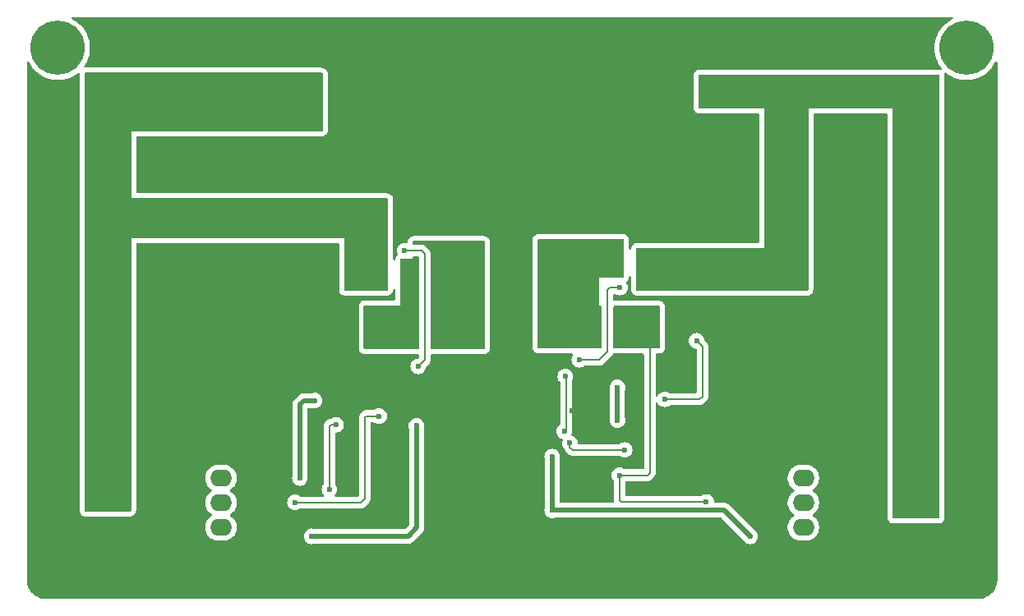
<source format=gbr>
%TF.GenerationSoftware,KiCad,Pcbnew,8.0.2*%
%TF.CreationDate,2024-06-09T17:22:24+08:00*%
%TF.ProjectId,MW_Buck_Boost_PB,4d575f42-7563-46b5-9f42-6f6f73745f50,rev?*%
%TF.SameCoordinates,Original*%
%TF.FileFunction,Copper,L2,Bot*%
%TF.FilePolarity,Positive*%
%FSLAX46Y46*%
G04 Gerber Fmt 4.6, Leading zero omitted, Abs format (unit mm)*
G04 Created by KiCad (PCBNEW 8.0.2) date 2024-06-09 17:22:24*
%MOMM*%
%LPD*%
G01*
G04 APERTURE LIST*
%TA.AperFunction,ComponentPad*%
%ADD10C,5.600000*%
%TD*%
%TA.AperFunction,ComponentPad*%
%ADD11R,2.250000X1.750000*%
%TD*%
%TA.AperFunction,ComponentPad*%
%ADD12O,2.250000X1.750000*%
%TD*%
%TA.AperFunction,ViaPad*%
%ADD13C,0.600000*%
%TD*%
%TA.AperFunction,Conductor*%
%ADD14C,0.200000*%
%TD*%
%TA.AperFunction,Conductor*%
%ADD15C,0.500000*%
%TD*%
G04 APERTURE END LIST*
D10*
%TO.P,H4,1,1*%
%TO.N,/V_out*%
X167550000Y-71475000D03*
%TD*%
%TO.P,H3,1,1*%
%TO.N,GND*%
X167550000Y-125075000D03*
%TD*%
%TO.P,H2,1,1*%
%TO.N,GND*%
X73950000Y-125075000D03*
%TD*%
%TO.P,H1,1,1*%
%TO.N,/V_in*%
X73950000Y-71475000D03*
%TD*%
D11*
%TO.P,PS2,1,-Vin*%
%TO.N,GND*%
X150750000Y-113275000D03*
D12*
%TO.P,PS2,2,+Vin*%
%TO.N,+12V*%
X150750000Y-115815000D03*
%TO.P,PS2,3,-Vout*%
%TO.N,/HS2*%
X150750000Y-118355000D03*
%TO.P,PS2,4,+Vout*%
%TO.N,Net-(D10-A)*%
X150750000Y-120895000D03*
%TD*%
D11*
%TO.P,PS1,1,-Vin*%
%TO.N,GND*%
X90750000Y-113275000D03*
D12*
%TO.P,PS1,2,+Vin*%
%TO.N,+12V*%
X90750000Y-115815000D03*
%TO.P,PS1,3,-Vout*%
%TO.N,/HS1*%
X90750000Y-118355000D03*
%TO.P,PS1,4,+Vout*%
%TO.N,Net-(D5-A)*%
X90750000Y-120895000D03*
%TD*%
D13*
%TO.N,GND*%
X122020000Y-108085000D03*
%TO.N,/SW2*%
X126700000Y-112215000D03*
%TO.N,12V_IOS2*%
X124870000Y-119145000D03*
%TO.N,GND*%
X119571742Y-81388201D03*
X137204661Y-85074690D03*
X89076403Y-101482891D03*
X90500000Y-106275000D03*
X120571742Y-80388201D03*
X89500000Y-105275000D03*
X86500000Y-106275000D03*
X139204661Y-83074690D03*
X90500000Y-104275000D03*
X157151403Y-106382891D03*
X136204661Y-84074690D03*
X117995339Y-85180310D03*
X86299690Y-81850339D03*
X86304661Y-98294690D03*
X158026403Y-88107891D03*
X126925000Y-108875000D03*
X122571742Y-80388201D03*
X138204661Y-86074690D03*
X88280000Y-83655000D03*
X155275000Y-111950000D03*
X96070000Y-81755000D03*
X106134661Y-84064690D03*
X150775000Y-107975000D03*
X85500000Y-105275000D03*
X119571742Y-83388201D03*
X83299690Y-84850339D03*
X153476403Y-97732891D03*
X91076403Y-99482891D03*
X152900000Y-102525000D03*
X96070000Y-83755000D03*
X116800000Y-82200000D03*
X93500000Y-105275000D03*
X96076403Y-100482891D03*
X124571742Y-82388201D03*
X86299690Y-83850339D03*
X122571742Y-82388201D03*
X154275000Y-110950000D03*
X158450000Y-91900000D03*
X93076403Y-101482891D03*
X153476403Y-99732891D03*
X137204661Y-83074690D03*
X155476403Y-99732891D03*
X117995339Y-87180310D03*
X139204661Y-85074690D03*
X122995339Y-86180310D03*
X126571742Y-80388201D03*
X156476403Y-98732891D03*
X157151403Y-104382891D03*
X152851403Y-108157891D03*
X156450000Y-93900000D03*
X94076403Y-98482891D03*
X85299690Y-82850339D03*
X123571742Y-83388201D03*
X104134661Y-84064690D03*
X87304661Y-101294690D03*
X118571742Y-82388201D03*
X95076403Y-101482891D03*
X88280000Y-81655000D03*
X87304661Y-99294690D03*
X155476403Y-97732891D03*
X88076403Y-98482891D03*
X153900000Y-101525000D03*
X149775000Y-108975000D03*
X92076403Y-98482891D03*
X159026403Y-89107891D03*
X120571742Y-82388201D03*
X84299690Y-83850339D03*
X156575000Y-109175000D03*
X137400000Y-87055000D03*
X90076403Y-100482891D03*
X84304661Y-100294690D03*
X92500000Y-104275000D03*
X124571742Y-80388201D03*
X123571742Y-81388201D03*
X117800000Y-83200000D03*
X91089690Y-84950339D03*
X107330000Y-85045000D03*
X153851403Y-107157891D03*
X92089690Y-83950339D03*
X150351403Y-104182891D03*
X85304661Y-99294690D03*
X119995339Y-85180310D03*
X121571742Y-81388201D03*
X125571742Y-81388201D03*
X121995339Y-85180310D03*
X151775000Y-108975000D03*
X100388900Y-109425000D03*
X158575000Y-109175000D03*
X92089690Y-81950339D03*
X136204661Y-86074690D03*
X118995339Y-88180310D03*
X121571742Y-83388201D03*
X122995339Y-88180310D03*
X93076403Y-99482891D03*
X153900000Y-103525000D03*
X152351403Y-104182891D03*
X104134661Y-80064690D03*
X84299690Y-81850339D03*
X157450000Y-92900000D03*
X95076403Y-99482891D03*
X93089690Y-82950339D03*
X87500000Y-103275000D03*
X138204661Y-84074690D03*
X156450000Y-91900000D03*
X114800000Y-80200000D03*
X155900000Y-101525000D03*
X123995339Y-85180310D03*
X126571742Y-82388201D03*
X114800000Y-84200000D03*
X88500000Y-104275000D03*
X92076403Y-100482891D03*
X104134661Y-82064690D03*
X83299690Y-82850339D03*
X90076403Y-98482891D03*
X155450000Y-92900000D03*
X157575000Y-108175000D03*
X152275000Y-110950000D03*
X116800000Y-80200000D03*
X86304661Y-100294690D03*
X106134661Y-80064690D03*
X84304661Y-98294690D03*
X151775000Y-106975000D03*
X158151403Y-105382891D03*
X148775000Y-107975000D03*
X92500000Y-106275000D03*
X153275000Y-109950000D03*
X155851403Y-107157891D03*
X114800000Y-82200000D03*
X152851403Y-106157891D03*
X154900000Y-102525000D03*
X115995339Y-87180310D03*
X156026403Y-90107891D03*
X107134661Y-81064690D03*
X155900000Y-103525000D03*
X91500000Y-105275000D03*
X115995339Y-85180310D03*
X94089690Y-81950339D03*
X156026403Y-88107891D03*
X115800000Y-83200000D03*
X95089690Y-84950339D03*
X116995339Y-86180310D03*
X105134661Y-81064690D03*
X105134661Y-83064690D03*
X155275000Y-109950000D03*
X106134661Y-82064690D03*
X95089690Y-82950339D03*
X138204661Y-82074690D03*
X151351403Y-103182891D03*
X94076403Y-100482891D03*
X154851403Y-108157891D03*
X116800000Y-84200000D03*
X154851403Y-106157891D03*
X151351403Y-105182891D03*
X84304661Y-102294690D03*
X125571742Y-83388201D03*
X149351403Y-105182891D03*
X149775000Y-106975000D03*
X87299690Y-84850339D03*
X93089690Y-84950339D03*
X149351403Y-103182891D03*
X139400000Y-87055000D03*
X123995339Y-87180310D03*
X118995339Y-86180310D03*
X86500000Y-104275000D03*
X105330000Y-85045000D03*
X91500000Y-103275000D03*
X120995339Y-86180310D03*
X157575000Y-110175000D03*
X158450000Y-93900000D03*
X115800000Y-81200000D03*
X158026403Y-90107891D03*
X118571742Y-80388201D03*
X87299690Y-82850339D03*
X87500000Y-105275000D03*
X116995339Y-88180310D03*
X93500000Y-103275000D03*
X89500000Y-103275000D03*
X85299690Y-84850339D03*
X117800000Y-81200000D03*
X86304661Y-102294690D03*
X107134661Y-83064690D03*
X121995339Y-87180310D03*
X89076403Y-99482891D03*
X119995339Y-87180310D03*
X136204661Y-82074690D03*
X120995339Y-88180310D03*
X154476403Y-98732891D03*
X157026403Y-89107891D03*
X91076403Y-101482891D03*
X85304661Y-101294690D03*
X94089690Y-83950339D03*
X153275000Y-111950000D03*
X88076403Y-100482891D03*
X85500000Y-103275000D03*
X88500000Y-106275000D03*
X96076403Y-98482891D03*
X91089690Y-82950339D03*
%TO.N,+12V*%
X131600000Y-106475000D03*
X98875000Y-115815000D03*
X100400000Y-107825000D03*
X131600000Y-109850000D03*
%TO.N,/HS1*%
X109370000Y-101725000D03*
X117080000Y-92505000D03*
X115080000Y-94505000D03*
X116080000Y-93505000D03*
X109370000Y-98725000D03*
X114080000Y-95505000D03*
X106370000Y-100725000D03*
X108370000Y-100725000D03*
X113080000Y-96505000D03*
X116080000Y-97505000D03*
X116080000Y-95505000D03*
X115080000Y-96505000D03*
X108370000Y-98725000D03*
X107370000Y-101725000D03*
X117080000Y-94505000D03*
X109660000Y-94905000D03*
X114080000Y-101505000D03*
X109670000Y-96215000D03*
X108370000Y-99725000D03*
X113080000Y-98505000D03*
X114080000Y-93505000D03*
X113080000Y-100505000D03*
X115080000Y-92505000D03*
X108370000Y-101725000D03*
X114080000Y-99505000D03*
X107370000Y-98725000D03*
X98375000Y-118325000D03*
X114080000Y-97505000D03*
X106370000Y-101725000D03*
X115080000Y-100505000D03*
X107370000Y-100725000D03*
X115080000Y-98505000D03*
X109650000Y-93640000D03*
X113080000Y-92505000D03*
X116080000Y-99505000D03*
X106370000Y-98725000D03*
X107370000Y-99725000D03*
X116080000Y-101505000D03*
X109370000Y-99725000D03*
X109370000Y-100725000D03*
X106370000Y-99725000D03*
X107050000Y-109425000D03*
X117080000Y-100505000D03*
X117080000Y-98505000D03*
X117080000Y-96505000D03*
X113080000Y-94505000D03*
%TO.N,12V_IOS1*%
X100100000Y-121825000D03*
X110890000Y-110435000D03*
%TO.N,12V_IOS2*%
X124872100Y-113600001D03*
X145275000Y-121825000D03*
%TO.N,/HS2*%
X131000000Y-93400000D03*
X132250000Y-101700000D03*
X129000000Y-99400000D03*
X125000000Y-99400000D03*
X129000000Y-97400000D03*
X131850000Y-93640000D03*
X128000000Y-100400000D03*
X125000000Y-95400000D03*
X135250000Y-100700000D03*
X133250000Y-99700000D03*
X127000000Y-93400000D03*
X124000000Y-92400000D03*
X128000000Y-98400000D03*
X127000000Y-101400000D03*
X134250000Y-100700000D03*
X132250000Y-100700000D03*
X129000000Y-95400000D03*
X126000000Y-92400000D03*
X124000000Y-94400000D03*
X124000000Y-98400000D03*
X132250000Y-98700000D03*
X133250000Y-101700000D03*
X124000000Y-96400000D03*
X131850000Y-92370000D03*
X130000000Y-94400000D03*
X135250000Y-101700000D03*
X128000000Y-92400000D03*
X125000000Y-101400000D03*
X134250000Y-99700000D03*
X131850000Y-94910000D03*
X129000000Y-93400000D03*
X128000000Y-96400000D03*
X140750000Y-118275000D03*
X132250000Y-99700000D03*
X135250000Y-99700000D03*
X125000000Y-93400000D03*
X124000000Y-100400000D03*
X134250000Y-98700000D03*
X129000000Y-101400000D03*
X130000000Y-92400000D03*
X135250000Y-98700000D03*
X127000000Y-99400000D03*
X127000000Y-95400000D03*
X128000000Y-94400000D03*
X133250000Y-98700000D03*
X125000000Y-97400000D03*
X126000000Y-98400000D03*
X126000000Y-96400000D03*
X127000000Y-97400000D03*
X134250000Y-101700000D03*
X131800000Y-115525000D03*
X133250000Y-100700000D03*
X126000000Y-100400000D03*
X126000000Y-94400000D03*
%TO.N,Net-(D3-A)*%
X109650000Y-92370000D03*
X111075000Y-104300000D03*
%TO.N,/LO2*%
X136475000Y-107700000D03*
X139750000Y-101675000D03*
%TO.N,Net-(D8-A)*%
X127675000Y-103625000D03*
X131850000Y-96180000D03*
%TO.N,/HO2*%
X126225000Y-105350000D03*
X126120000Y-110995000D03*
%TO.N,/V_in*%
X91800000Y-90500000D03*
X81000000Y-111175000D03*
X78000000Y-92175000D03*
X82800000Y-89500000D03*
X99800000Y-88500000D03*
X80175000Y-77575000D03*
X97800000Y-90500000D03*
X80000000Y-90175000D03*
X85800000Y-90500000D03*
X87800000Y-90500000D03*
X81000000Y-81175000D03*
X86800000Y-87500000D03*
X93200000Y-79100000D03*
X80000000Y-104175000D03*
X78000000Y-84175000D03*
X96225000Y-75550000D03*
X80000000Y-108175000D03*
X80000000Y-88175000D03*
X105800000Y-90500000D03*
X103800000Y-88500000D03*
X85175000Y-78750000D03*
X81000000Y-93175000D03*
X99800000Y-90500000D03*
X80000000Y-116175000D03*
X79000000Y-85175000D03*
X100225000Y-77550000D03*
X92800000Y-87500000D03*
X107550000Y-90350000D03*
X78000000Y-110175000D03*
X83200000Y-78675000D03*
X81175000Y-76575000D03*
X81000000Y-89175000D03*
X80000000Y-94175000D03*
X99225000Y-76550000D03*
X91800000Y-88500000D03*
X81000000Y-103175000D03*
X79000000Y-115175000D03*
X103800000Y-90500000D03*
X85175000Y-74575000D03*
X81000000Y-99175000D03*
X89800000Y-90500000D03*
X101800000Y-90500000D03*
X98225000Y-75550000D03*
X79000000Y-113175000D03*
X88800000Y-87500000D03*
X105800000Y-88500000D03*
X81000000Y-79175000D03*
X81000000Y-101175000D03*
X87175000Y-74575000D03*
X91225000Y-74550000D03*
X84175000Y-77575000D03*
X96800000Y-87500000D03*
X80000000Y-96175000D03*
X90175000Y-75575000D03*
X92800000Y-89500000D03*
X78000000Y-90175000D03*
X88175000Y-77575000D03*
X79000000Y-97175000D03*
X81175000Y-74575000D03*
X78000000Y-96175000D03*
X79000000Y-99175000D03*
X95225000Y-74550000D03*
X81000000Y-87175000D03*
X79000000Y-81175000D03*
X94225000Y-75550000D03*
X98225000Y-77550000D03*
X78050000Y-76450000D03*
X81000000Y-91175000D03*
X80000000Y-110175000D03*
X97800000Y-88500000D03*
X90175000Y-77575000D03*
X78000000Y-112175000D03*
X79125000Y-78050000D03*
X82800000Y-87500000D03*
X98800000Y-87500000D03*
X89200000Y-78925000D03*
X89175000Y-74575000D03*
X81000000Y-83175000D03*
X79000000Y-117175000D03*
X93800000Y-90500000D03*
X86175000Y-75575000D03*
X80000000Y-98175000D03*
X104050000Y-94700000D03*
X79175000Y-76575000D03*
X79000000Y-93175000D03*
X80000000Y-102175000D03*
X90800000Y-89500000D03*
X96800000Y-89500000D03*
X94225000Y-77550000D03*
X80000000Y-82175000D03*
X107050000Y-94700000D03*
X89800000Y-88500000D03*
X79000000Y-111175000D03*
X80000000Y-112175000D03*
X87800000Y-88500000D03*
X101800000Y-88500000D03*
X78000000Y-98175000D03*
X85175000Y-76575000D03*
X81000000Y-97175000D03*
X78000000Y-106175000D03*
X83800000Y-88500000D03*
X79000000Y-101175000D03*
X84175000Y-75575000D03*
X85800000Y-88500000D03*
X78000000Y-100175000D03*
X97225000Y-76550000D03*
X80000000Y-106175000D03*
X93225000Y-76550000D03*
X79000000Y-107175000D03*
X79000000Y-95175000D03*
X79000000Y-105175000D03*
X82175000Y-75575000D03*
X87200000Y-78800000D03*
X78000000Y-80175000D03*
X79000000Y-91175000D03*
X95800000Y-88500000D03*
X81000000Y-105175000D03*
X79175000Y-74575000D03*
X80000000Y-86175000D03*
X95225000Y-76550000D03*
X98800000Y-89500000D03*
X97250000Y-79300000D03*
X83800000Y-90500000D03*
X80000000Y-80175000D03*
X102800000Y-89500000D03*
X94800000Y-89500000D03*
X79000000Y-79175000D03*
X79000000Y-109175000D03*
X81000000Y-113175000D03*
X92225000Y-75550000D03*
X78000000Y-108175000D03*
X80175000Y-75575000D03*
X94800000Y-87500000D03*
X81000000Y-115175000D03*
X78000000Y-102175000D03*
X78000000Y-116175000D03*
X106050000Y-92700000D03*
X81000000Y-85175000D03*
X93800000Y-88500000D03*
X81000000Y-107175000D03*
X81000000Y-95175000D03*
X81000000Y-117175000D03*
X79000000Y-89175000D03*
X104800000Y-89500000D03*
X78000000Y-82175000D03*
X107050000Y-95700000D03*
X107050000Y-92700000D03*
X99300000Y-79350000D03*
X102800000Y-87500000D03*
X81000000Y-109175000D03*
X106050000Y-94700000D03*
X83175000Y-76575000D03*
X92225000Y-77550000D03*
X84800000Y-87500000D03*
X104050000Y-92700000D03*
X78000000Y-114175000D03*
X105050000Y-92700000D03*
X78000000Y-86175000D03*
X84800000Y-89500000D03*
X106050000Y-95700000D03*
X80000000Y-114175000D03*
X107550000Y-88350000D03*
X87175000Y-76575000D03*
X78000000Y-88175000D03*
X78000000Y-118175000D03*
X80000000Y-100175000D03*
X95250000Y-79275000D03*
X106550000Y-87350000D03*
X80000000Y-92175000D03*
X80000000Y-84175000D03*
X88800000Y-89500000D03*
X79000000Y-87175000D03*
X93225000Y-74550000D03*
X100800000Y-89500000D03*
X86800000Y-89500000D03*
X80000000Y-118175000D03*
X89175000Y-76575000D03*
X99225000Y-74550000D03*
X82175000Y-77575000D03*
X104050000Y-93700000D03*
X100225000Y-75550000D03*
X88175000Y-75575000D03*
X83175000Y-74575000D03*
X90800000Y-87500000D03*
X105050000Y-93700000D03*
X91225000Y-76550000D03*
X78000000Y-104175000D03*
X104800000Y-87500000D03*
X96225000Y-77550000D03*
X107050000Y-93700000D03*
X86175000Y-77575000D03*
X106550000Y-89350000D03*
X100800000Y-87500000D03*
X79000000Y-103175000D03*
X104050000Y-95700000D03*
X105050000Y-95700000D03*
X105050000Y-94700000D03*
X79000000Y-83175000D03*
X106050000Y-93700000D03*
X78000000Y-94175000D03*
X97225000Y-74550000D03*
X91250000Y-79050000D03*
X95800000Y-90500000D03*
%TO.N,/V_out*%
X143975000Y-95725000D03*
X161160000Y-98895000D03*
X163185000Y-108945000D03*
X159920000Y-75925000D03*
X162185000Y-117945000D03*
X162245000Y-93915000D03*
X146575000Y-74900000D03*
X162185000Y-111945000D03*
X145575000Y-75900000D03*
X146575000Y-76900000D03*
X161220000Y-82865000D03*
X150920000Y-74925000D03*
X163185000Y-116945000D03*
X134975000Y-95725000D03*
X163160000Y-98895000D03*
X153920000Y-75925000D03*
X162185000Y-109945000D03*
X136975000Y-92725000D03*
X147875000Y-81325000D03*
X138975000Y-92725000D03*
X162160000Y-99895000D03*
X145975000Y-95725000D03*
X158920000Y-76925000D03*
X135975000Y-92725000D03*
X141575000Y-75900000D03*
X140975000Y-94725000D03*
X163185000Y-106945000D03*
X161185000Y-110945000D03*
X163220000Y-74865000D03*
X146975000Y-92725000D03*
X147875000Y-91325000D03*
X162220000Y-75865000D03*
X151920000Y-75925000D03*
X156920000Y-76925000D03*
X163160000Y-100895000D03*
X162220000Y-77865000D03*
X135975000Y-94725000D03*
X157920000Y-75925000D03*
X149875000Y-89325000D03*
X162220000Y-81865000D03*
X139975000Y-93725000D03*
X149910000Y-81365000D03*
X148975000Y-94725000D03*
X161185000Y-114945000D03*
X162245000Y-91915000D03*
X158920000Y-74925000D03*
X136975000Y-94725000D03*
X162185000Y-107945000D03*
X147575000Y-75900000D03*
X161160000Y-104895000D03*
X149875000Y-91325000D03*
X144575000Y-76900000D03*
X163185000Y-114945000D03*
X163185000Y-110945000D03*
X161245000Y-92915000D03*
X142575000Y-76900000D03*
X161160000Y-102895000D03*
X149975000Y-95725000D03*
X141975000Y-93725000D03*
X162245000Y-87915000D03*
X154920000Y-74925000D03*
X163220000Y-76865000D03*
X161185000Y-116945000D03*
X146975000Y-94725000D03*
X145975000Y-93725000D03*
X161160000Y-100895000D03*
X133975000Y-94725000D03*
X133975000Y-95725000D03*
X161220000Y-78865000D03*
X161245000Y-84915000D03*
X152920000Y-76925000D03*
X149875000Y-83325000D03*
X148575000Y-76900000D03*
X147875000Y-87325000D03*
X163220000Y-80865000D03*
X149575000Y-75900000D03*
X163160000Y-104895000D03*
X161185000Y-112945000D03*
X150920000Y-76925000D03*
X161220000Y-80865000D03*
X162245000Y-95915000D03*
X137975000Y-95725000D03*
X140575000Y-76900000D03*
X149975000Y-93725000D03*
X162160000Y-103895000D03*
X163660000Y-117995000D03*
X147975000Y-95725000D03*
X148875000Y-90325000D03*
X140575000Y-74900000D03*
X142975000Y-92725000D03*
X162245000Y-85915000D03*
X142575000Y-74900000D03*
X163220000Y-78865000D03*
X138975000Y-94725000D03*
X161185000Y-108945000D03*
X149875000Y-79325000D03*
X143975000Y-93725000D03*
X148875000Y-78325000D03*
X149875000Y-85325000D03*
X149875000Y-87325000D03*
X163185000Y-112945000D03*
X161220000Y-74865000D03*
X162185000Y-115945000D03*
X161245000Y-90915000D03*
X163245000Y-94915000D03*
X140975000Y-92725000D03*
X147875000Y-83325000D03*
X135975000Y-95725000D03*
X162220000Y-79865000D03*
X161160000Y-96895000D03*
X161245000Y-86915000D03*
X137975000Y-93725000D03*
X144575000Y-74900000D03*
X155920000Y-75925000D03*
X148575000Y-74900000D03*
X162185000Y-113945000D03*
X161245000Y-88915000D03*
X154920000Y-76925000D03*
X162220000Y-83865000D03*
X156920000Y-74925000D03*
X143575000Y-75900000D03*
X147875000Y-85325000D03*
X163245000Y-92915000D03*
X147975000Y-93725000D03*
X161220000Y-76865000D03*
X142975000Y-94725000D03*
X148875000Y-86325000D03*
X163160000Y-96895000D03*
X134975000Y-93725000D03*
X161185000Y-106945000D03*
X163245000Y-86915000D03*
X162245000Y-89915000D03*
X161245000Y-94915000D03*
X147875000Y-89325000D03*
X152920000Y-74925000D03*
X148875000Y-88325000D03*
X163245000Y-84915000D03*
X162160000Y-101895000D03*
X136975000Y-93725000D03*
X162160000Y-105895000D03*
X163160000Y-102895000D03*
X133975000Y-92725000D03*
X144975000Y-92725000D03*
X162160000Y-97895000D03*
X134975000Y-92725000D03*
X147875000Y-79325000D03*
X148875000Y-84325000D03*
X144975000Y-94725000D03*
X141975000Y-95725000D03*
X163720000Y-95965000D03*
X148875000Y-80325000D03*
X163245000Y-88915000D03*
X148875000Y-82325000D03*
X139975000Y-95725000D03*
X163245000Y-90915000D03*
X148975000Y-92725000D03*
X163220000Y-82865000D03*
X136975000Y-95725000D03*
X134975000Y-94725000D03*
X135975000Y-93725000D03*
X133975000Y-93725000D03*
%TO.N,/SW1*%
X101925000Y-117000000D03*
X102610000Y-110315000D03*
%TO.N,/SW2*%
X132350000Y-112925000D03*
%TD*%
D14*
%TO.N,/HO2*%
X126325000Y-105450000D02*
X126225000Y-105350000D01*
X126325000Y-110790000D02*
X126325000Y-105450000D01*
X126120000Y-110995000D02*
X126325000Y-110790000D01*
D15*
%TO.N,12V_IOS1*%
X110030000Y-121825000D02*
X100100000Y-121825000D01*
X110920000Y-120935000D02*
X110030000Y-121825000D01*
X110920000Y-110465000D02*
X110920000Y-120935000D01*
X110890000Y-110435000D02*
X110920000Y-110465000D01*
D14*
%TO.N,/SW2*%
X126700000Y-112645000D02*
X126700000Y-112215000D01*
X126980000Y-112925000D02*
X126700000Y-112645000D01*
X132350000Y-112925000D02*
X126980000Y-112925000D01*
%TO.N,/SW1*%
X101925000Y-110475000D02*
X101925000Y-117000000D01*
X102610000Y-110315000D02*
X102085000Y-110315000D01*
X102085000Y-110315000D02*
X101925000Y-110475000D01*
D15*
%TO.N,+12V*%
X98875000Y-108225000D02*
X98875000Y-115815000D01*
X100400000Y-107825000D02*
X99275000Y-107825000D01*
X131600000Y-109850000D02*
X131600000Y-106475000D01*
X99275000Y-107825000D02*
X98875000Y-108225000D01*
D14*
%TO.N,/HS1*%
X105700000Y-109425000D02*
X105550000Y-109575000D01*
X105550000Y-117950000D02*
X105150000Y-118350000D01*
X107050000Y-109425000D02*
X105700000Y-109425000D01*
X105550000Y-109575000D02*
X105550000Y-117950000D01*
X105150000Y-118350000D02*
X98400000Y-118350000D01*
X98400000Y-118350000D02*
X98375000Y-118325000D01*
%TO.N,/HS2*%
X140750000Y-118275000D02*
X132000000Y-118275000D01*
X134575000Y-100800000D02*
X134225000Y-100800000D01*
X134925000Y-115275000D02*
X134925000Y-101150000D01*
X131800000Y-118075000D02*
X131800000Y-115525000D01*
X132000000Y-118275000D02*
X131800000Y-118075000D01*
X134675000Y-115525000D02*
X134925000Y-115275000D01*
X134925000Y-101150000D02*
X134575000Y-100800000D01*
X131800000Y-115525000D02*
X134675000Y-115525000D01*
%TO.N,Net-(D3-A)*%
X111420000Y-92370000D02*
X111750000Y-92700000D01*
X111750000Y-92700000D02*
X111750000Y-103625000D01*
X111750000Y-103625000D02*
X111075000Y-104300000D01*
X109650000Y-92370000D02*
X111420000Y-92370000D01*
%TO.N,/LO2*%
X136475000Y-107700000D02*
X140050000Y-107700000D01*
X140350000Y-107400000D02*
X140350000Y-102275000D01*
X140350000Y-102275000D02*
X139750000Y-101675000D01*
X140050000Y-107700000D02*
X140350000Y-107400000D01*
%TO.N,Net-(D8-A)*%
X127675000Y-103625000D02*
X129725000Y-103625000D01*
X129725000Y-103625000D02*
X130575000Y-102775000D01*
X130820000Y-96180000D02*
X131850000Y-96180000D01*
X130575000Y-96425000D02*
X130820000Y-96180000D01*
X130575000Y-102775000D02*
X130575000Y-96425000D01*
D15*
%TO.N,12V_IOS2*%
X142595000Y-119145000D02*
X145275000Y-121825000D01*
X124870000Y-119145000D02*
X142595000Y-119145000D01*
X124872100Y-118667100D02*
X124872100Y-113600001D01*
X124870000Y-119145000D02*
X124870000Y-118669200D01*
X124870000Y-118669200D02*
X124872100Y-118667100D01*
%TD*%
%TA.AperFunction,Conductor*%
%TO.N,/HS1*%
G36*
X111092539Y-92990185D02*
G01*
X111138294Y-93042989D01*
X111149500Y-93094500D01*
X111149500Y-102401000D01*
X111129815Y-102468039D01*
X111077011Y-102513794D01*
X111025500Y-102525000D01*
X110475000Y-102525000D01*
X110475000Y-93094500D01*
X110494685Y-93027461D01*
X110547489Y-92981706D01*
X110599000Y-92970500D01*
X111025500Y-92970500D01*
X111092539Y-92990185D01*
G37*
%TD.AperFunction*%
%TA.AperFunction,Conductor*%
G36*
X117918039Y-91394685D02*
G01*
X117963794Y-91447489D01*
X117975000Y-91499000D01*
X117975000Y-102401000D01*
X117955315Y-102468039D01*
X117902511Y-102513794D01*
X117851000Y-102525000D01*
X112474500Y-102525000D01*
X112407461Y-102505315D01*
X112361706Y-102452511D01*
X112350500Y-102401000D01*
X112350500Y-92620942D01*
X112345366Y-92601784D01*
X112345365Y-92601780D01*
X112339534Y-92580018D01*
X112339534Y-92580019D01*
X112309577Y-92468216D01*
X112298516Y-92449057D01*
X112230524Y-92331290D01*
X112230521Y-92331286D01*
X112230520Y-92331284D01*
X112118716Y-92219480D01*
X112118715Y-92219479D01*
X112114385Y-92215149D01*
X112114374Y-92215139D01*
X111907590Y-92008355D01*
X111907588Y-92008352D01*
X111788717Y-91889481D01*
X111788716Y-91889480D01*
X111701904Y-91839360D01*
X111701904Y-91839359D01*
X111701900Y-91839358D01*
X111651785Y-91810423D01*
X111499057Y-91769499D01*
X111340943Y-91769499D01*
X111333347Y-91769499D01*
X111333331Y-91769500D01*
X110599000Y-91769500D01*
X110531961Y-91749815D01*
X110486206Y-91697011D01*
X110475000Y-91645500D01*
X110475000Y-91499000D01*
X110494685Y-91431961D01*
X110547489Y-91386206D01*
X110599000Y-91375000D01*
X117851000Y-91375000D01*
X117918039Y-91394685D01*
G37*
%TD.AperFunction*%
%TD*%
%TA.AperFunction,Conductor*%
%TO.N,/V_in*%
G36*
X81500000Y-91075000D02*
G01*
X81500000Y-119151000D01*
X81480315Y-119218039D01*
X81427511Y-119263794D01*
X81376000Y-119275000D01*
X76824000Y-119275000D01*
X76756961Y-119255315D01*
X76711206Y-119202511D01*
X76700000Y-119151000D01*
X76700000Y-77225000D01*
X81500000Y-77225000D01*
X81500000Y-91075000D01*
G37*
%TD.AperFunction*%
%TD*%
%TA.AperFunction,Conductor*%
%TO.N,/HS2*%
G36*
X129917539Y-98069685D02*
G01*
X129963294Y-98122489D01*
X129974500Y-98174000D01*
X129974500Y-102351000D01*
X129954815Y-102418039D01*
X129902011Y-102463794D01*
X129850500Y-102475000D01*
X123550000Y-102475000D01*
X123550000Y-98050000D01*
X129700000Y-98050000D01*
X129850500Y-98050000D01*
X129917539Y-98069685D01*
G37*
%TD.AperFunction*%
%TA.AperFunction,Conductor*%
G36*
X135918039Y-98069685D02*
G01*
X135963794Y-98122489D01*
X135975000Y-98174000D01*
X135975000Y-102351000D01*
X135955315Y-102418039D01*
X135902511Y-102463794D01*
X135851000Y-102475000D01*
X131299500Y-102475000D01*
X131232461Y-102455315D01*
X131186706Y-102402511D01*
X131175500Y-102351000D01*
X131175500Y-98174000D01*
X131195185Y-98106961D01*
X131247989Y-98061206D01*
X131299500Y-98050000D01*
X135851000Y-98050000D01*
X135918039Y-98069685D01*
G37*
%TD.AperFunction*%
%TD*%
%TA.AperFunction,Conductor*%
%TO.N,/HS1*%
G36*
X110150000Y-102525000D02*
G01*
X109225000Y-102525000D01*
X105574000Y-102525000D01*
X105506961Y-102505315D01*
X105461206Y-102452511D01*
X105450000Y-102401000D01*
X105450000Y-98124000D01*
X105469685Y-98056961D01*
X105522489Y-98011206D01*
X105574000Y-98000000D01*
X109225000Y-98000000D01*
X110150000Y-98000000D01*
X110150000Y-102525000D01*
G37*
%TD.AperFunction*%
%TD*%
%TA.AperFunction,Conductor*%
%TO.N,/HS1*%
G36*
X111149500Y-97100000D02*
G01*
X109225000Y-97100000D01*
X109225000Y-93299000D01*
X109244685Y-93231961D01*
X109297489Y-93186206D01*
X109349000Y-93175000D01*
X110475000Y-93175000D01*
X111149500Y-93175000D01*
X111149500Y-97100000D01*
G37*
%TD.AperFunction*%
%TA.AperFunction,Conductor*%
G36*
X117975000Y-97100000D02*
G01*
X112350500Y-97100000D01*
X112350500Y-93175000D01*
X117975000Y-93175000D01*
X117975000Y-97100000D01*
G37*
%TD.AperFunction*%
%TD*%
%TA.AperFunction,Conductor*%
%TO.N,/V_out*%
G36*
X150575000Y-96500000D02*
G01*
X146695000Y-96500000D01*
X133649000Y-96500000D01*
X133581961Y-96480315D01*
X133536206Y-96427511D01*
X133525000Y-96376000D01*
X133525000Y-92199000D01*
X133544685Y-92131961D01*
X133597489Y-92086206D01*
X133649000Y-92075000D01*
X146695000Y-92075000D01*
X150575000Y-92075000D01*
X150575000Y-96500000D01*
G37*
%TD.AperFunction*%
%TD*%
%TA.AperFunction,Conductor*%
%TO.N,GND*%
G36*
X166109978Y-68294685D02*
G01*
X166155733Y-68347489D01*
X166165677Y-68416647D01*
X166136652Y-68480203D01*
X166095006Y-68511538D01*
X166061746Y-68526926D01*
X166001745Y-68554685D01*
X165739415Y-68712524D01*
X165695081Y-68739200D01*
X165606768Y-68806333D01*
X165410172Y-68955781D01*
X165410163Y-68955789D01*
X165150331Y-69201914D01*
X164918641Y-69474680D01*
X164918634Y-69474690D01*
X164717790Y-69770913D01*
X164717784Y-69770922D01*
X164550151Y-70087111D01*
X164550142Y-70087129D01*
X164417674Y-70419600D01*
X164417672Y-70419607D01*
X164321932Y-70764434D01*
X164321926Y-70764460D01*
X164264029Y-71117614D01*
X164264028Y-71117631D01*
X164244652Y-71474997D01*
X164244652Y-71475002D01*
X164264028Y-71832368D01*
X164264029Y-71832385D01*
X164321926Y-72185539D01*
X164321932Y-72185565D01*
X164417672Y-72530392D01*
X164417674Y-72530399D01*
X164550142Y-72862870D01*
X164550151Y-72862888D01*
X164717784Y-73179077D01*
X164717787Y-73179082D01*
X164717789Y-73179085D01*
X164909942Y-73462490D01*
X164918634Y-73475309D01*
X164918641Y-73475319D01*
X164982947Y-73551025D01*
X165011345Y-73614863D01*
X165000721Y-73683920D01*
X164954448Y-73736271D01*
X164887218Y-73755295D01*
X164853504Y-73750278D01*
X164818421Y-73739976D01*
X164716690Y-73725350D01*
X164676000Y-73719500D01*
X140074000Y-73719500D01*
X140073991Y-73719500D01*
X140073990Y-73719501D01*
X139966549Y-73731052D01*
X139966537Y-73731054D01*
X139915027Y-73742260D01*
X139812502Y-73776383D01*
X139812496Y-73776386D01*
X139691462Y-73854171D01*
X139691451Y-73854179D01*
X139638659Y-73899923D01*
X139544433Y-74008664D01*
X139544430Y-74008668D01*
X139484664Y-74139534D01*
X139464976Y-74206582D01*
X139459949Y-74241549D01*
X139444500Y-74349000D01*
X139444500Y-77601000D01*
X139444501Y-77601009D01*
X139456052Y-77708450D01*
X139456054Y-77708462D01*
X139467260Y-77759972D01*
X139501383Y-77862497D01*
X139501386Y-77862503D01*
X139579171Y-77983537D01*
X139579179Y-77983548D01*
X139624923Y-78036340D01*
X139624926Y-78036343D01*
X139624930Y-78036347D01*
X139733664Y-78130567D01*
X139864541Y-78190338D01*
X139931580Y-78210023D01*
X139931584Y-78210024D01*
X140074000Y-78230500D01*
X146065500Y-78230500D01*
X146132539Y-78250185D01*
X146178294Y-78302989D01*
X146189500Y-78354500D01*
X146189500Y-91445500D01*
X146169815Y-91512539D01*
X146117011Y-91558294D01*
X146065500Y-91569500D01*
X133649000Y-91569500D01*
X133648991Y-91569500D01*
X133648990Y-91569501D01*
X133541549Y-91581052D01*
X133541537Y-91581054D01*
X133490027Y-91592260D01*
X133387502Y-91626383D01*
X133387496Y-91626386D01*
X133266462Y-91704171D01*
X133266451Y-91704179D01*
X133213659Y-91749923D01*
X133119433Y-91858664D01*
X133119430Y-91858668D01*
X133059664Y-91989534D01*
X133039976Y-92056582D01*
X133027238Y-92145181D01*
X132998213Y-92208737D01*
X132939435Y-92246511D01*
X132869565Y-92246511D01*
X132810787Y-92208737D01*
X132781762Y-92145181D01*
X132780500Y-92127534D01*
X132780500Y-91299010D01*
X132780500Y-91299000D01*
X132768947Y-91191544D01*
X132757741Y-91140033D01*
X132749892Y-91116451D01*
X132723616Y-91037502D01*
X132723613Y-91037496D01*
X132645828Y-90916462D01*
X132645825Y-90916457D01*
X132639937Y-90909662D01*
X132600076Y-90863659D01*
X132600072Y-90863656D01*
X132600070Y-90863653D01*
X132491336Y-90769433D01*
X132491333Y-90769431D01*
X132491331Y-90769430D01*
X132360465Y-90709664D01*
X132360460Y-90709662D01*
X132360459Y-90709662D01*
X132293420Y-90689977D01*
X132293422Y-90689977D01*
X132293417Y-90689976D01*
X132231347Y-90681052D01*
X132151000Y-90669500D01*
X129700000Y-90669500D01*
X123474000Y-90669500D01*
X123473991Y-90669500D01*
X123473990Y-90669501D01*
X123366549Y-90681052D01*
X123366537Y-90681054D01*
X123315027Y-90692260D01*
X123212502Y-90726383D01*
X123212496Y-90726386D01*
X123091462Y-90804171D01*
X123091451Y-90804179D01*
X123038659Y-90849923D01*
X122944433Y-90958664D01*
X122944430Y-90958668D01*
X122884664Y-91089534D01*
X122864976Y-91156582D01*
X122859949Y-91191549D01*
X122844500Y-91299000D01*
X122844500Y-102351000D01*
X122844501Y-102351009D01*
X122856052Y-102458450D01*
X122856054Y-102458462D01*
X122867260Y-102509972D01*
X122901383Y-102612497D01*
X122901386Y-102612503D01*
X122979171Y-102733537D01*
X122979179Y-102733548D01*
X123024923Y-102786340D01*
X123024926Y-102786343D01*
X123024930Y-102786347D01*
X123133664Y-102880567D01*
X123133667Y-102880568D01*
X123133668Y-102880569D01*
X123243143Y-102930566D01*
X123264541Y-102940338D01*
X123331580Y-102960023D01*
X123331584Y-102960024D01*
X123474000Y-102980500D01*
X123550000Y-102980500D01*
X126910197Y-102980500D01*
X126977236Y-103000185D01*
X127022991Y-103052989D01*
X127032935Y-103122147D01*
X127015191Y-103170472D01*
X126949211Y-103275477D01*
X126889631Y-103445745D01*
X126889630Y-103445750D01*
X126869435Y-103624996D01*
X126869435Y-103625003D01*
X126889630Y-103804249D01*
X126889631Y-103804254D01*
X126949211Y-103974523D01*
X127031523Y-104105521D01*
X127045184Y-104127262D01*
X127172738Y-104254816D01*
X127325478Y-104350789D01*
X127444204Y-104392333D01*
X127495745Y-104410368D01*
X127495750Y-104410369D01*
X127674996Y-104430565D01*
X127675000Y-104430565D01*
X127675004Y-104430565D01*
X127854249Y-104410369D01*
X127854252Y-104410368D01*
X127854255Y-104410368D01*
X128024522Y-104350789D01*
X128177262Y-104254816D01*
X128177267Y-104254810D01*
X128180097Y-104252555D01*
X128182275Y-104251665D01*
X128183158Y-104251111D01*
X128183255Y-104251265D01*
X128244783Y-104226145D01*
X128257412Y-104225500D01*
X129638331Y-104225500D01*
X129638347Y-104225501D01*
X129645943Y-104225501D01*
X129804054Y-104225501D01*
X129804057Y-104225501D01*
X129956785Y-104184577D01*
X130006904Y-104155639D01*
X130093716Y-104105520D01*
X130205520Y-103993716D01*
X130205520Y-103993714D01*
X130215728Y-103983507D01*
X130215729Y-103983504D01*
X131055520Y-103143716D01*
X131119268Y-103033299D01*
X131169833Y-102985086D01*
X131238440Y-102971862D01*
X131244266Y-102972558D01*
X131299500Y-102980500D01*
X134200500Y-102980500D01*
X134267539Y-103000185D01*
X134313294Y-103052989D01*
X134324500Y-103104500D01*
X134324500Y-114800500D01*
X134304815Y-114867539D01*
X134252011Y-114913294D01*
X134200500Y-114924500D01*
X132382412Y-114924500D01*
X132315373Y-114904815D01*
X132305097Y-114897445D01*
X132302263Y-114895185D01*
X132302262Y-114895184D01*
X132245496Y-114859515D01*
X132149523Y-114799211D01*
X131979254Y-114739631D01*
X131979249Y-114739630D01*
X131800004Y-114719435D01*
X131799996Y-114719435D01*
X131620750Y-114739630D01*
X131620745Y-114739631D01*
X131450476Y-114799211D01*
X131297737Y-114895184D01*
X131170184Y-115022737D01*
X131074211Y-115175476D01*
X131014631Y-115345745D01*
X131014630Y-115345750D01*
X130994435Y-115524996D01*
X130994435Y-115525003D01*
X131014630Y-115704249D01*
X131014631Y-115704254D01*
X131074211Y-115874523D01*
X131104831Y-115923254D01*
X131156521Y-116005518D01*
X131170185Y-116027263D01*
X131172445Y-116030097D01*
X131173334Y-116032275D01*
X131173889Y-116033158D01*
X131173734Y-116033255D01*
X131198855Y-116094783D01*
X131199500Y-116107412D01*
X131199500Y-117988330D01*
X131199499Y-117988348D01*
X131199499Y-118154054D01*
X131199498Y-118154054D01*
X131222101Y-118238406D01*
X131220438Y-118308256D01*
X131181276Y-118366119D01*
X131117047Y-118393623D01*
X131102326Y-118394500D01*
X125746600Y-118394500D01*
X125679561Y-118374815D01*
X125633806Y-118322011D01*
X125622600Y-118270500D01*
X125622600Y-113899973D01*
X125629558Y-113859018D01*
X125657468Y-113779255D01*
X125657469Y-113779250D01*
X125677665Y-113600004D01*
X125677665Y-113599997D01*
X125657469Y-113420751D01*
X125657468Y-113420746D01*
X125597888Y-113250477D01*
X125506010Y-113104255D01*
X125501916Y-113097739D01*
X125374362Y-112970185D01*
X125221623Y-112874212D01*
X125051354Y-112814632D01*
X125051349Y-112814631D01*
X124872104Y-112794436D01*
X124872096Y-112794436D01*
X124692850Y-112814631D01*
X124692845Y-112814632D01*
X124522576Y-112874212D01*
X124369837Y-112970185D01*
X124242284Y-113097738D01*
X124146311Y-113250477D01*
X124086731Y-113420746D01*
X124086730Y-113420751D01*
X124066535Y-113599997D01*
X124066535Y-113600004D01*
X124086730Y-113779250D01*
X124086731Y-113779255D01*
X124114642Y-113859018D01*
X124121600Y-113899973D01*
X124121600Y-118572510D01*
X124119956Y-118589204D01*
X124120097Y-118589218D01*
X124119500Y-118595280D01*
X124119500Y-118845028D01*
X124112542Y-118885982D01*
X124084631Y-118965747D01*
X124064435Y-119144996D01*
X124064435Y-119145003D01*
X124084630Y-119324249D01*
X124084631Y-119324254D01*
X124144211Y-119494523D01*
X124210531Y-119600070D01*
X124240184Y-119647262D01*
X124367738Y-119774816D01*
X124520478Y-119870789D01*
X124690745Y-119930368D01*
X124690750Y-119930369D01*
X124869996Y-119950565D01*
X124870000Y-119950565D01*
X124870004Y-119950565D01*
X125049249Y-119930369D01*
X125049252Y-119930368D01*
X125049255Y-119930368D01*
X125129017Y-119902457D01*
X125169972Y-119895500D01*
X142232770Y-119895500D01*
X142299809Y-119915185D01*
X142320451Y-119931819D01*
X144521692Y-122133059D01*
X144544358Y-122169125D01*
X144546188Y-122168244D01*
X144549209Y-122174518D01*
X144549211Y-122174522D01*
X144645184Y-122327262D01*
X144772738Y-122454816D01*
X144863080Y-122511582D01*
X144918903Y-122546658D01*
X144925478Y-122550789D01*
X144996098Y-122575500D01*
X145095745Y-122610368D01*
X145095750Y-122610369D01*
X145274996Y-122630565D01*
X145275000Y-122630565D01*
X145275004Y-122630565D01*
X145454249Y-122610369D01*
X145454252Y-122610368D01*
X145454255Y-122610368D01*
X145624522Y-122550789D01*
X145777262Y-122454816D01*
X145904816Y-122327262D01*
X146000789Y-122174522D01*
X146060368Y-122004255D01*
X146080565Y-121825000D01*
X146076743Y-121791080D01*
X146060369Y-121645750D01*
X146060368Y-121645745D01*
X146000788Y-121475476D01*
X145904815Y-121322737D01*
X145777262Y-121195184D01*
X145711586Y-121153917D01*
X145624522Y-121099211D01*
X145624518Y-121099209D01*
X145618244Y-121096188D01*
X145619125Y-121094358D01*
X145583059Y-121071692D01*
X143073421Y-118562052D01*
X143073420Y-118562051D01*
X142976455Y-118497262D01*
X142950495Y-118479916D01*
X142950488Y-118479912D01*
X142813917Y-118423343D01*
X142813907Y-118423340D01*
X142668920Y-118394500D01*
X142668918Y-118394500D01*
X141679565Y-118394500D01*
X141612526Y-118374815D01*
X141566771Y-118322011D01*
X141558008Y-118281731D01*
X141556345Y-118281919D01*
X141535369Y-118095750D01*
X141535368Y-118095745D01*
X141475788Y-117925476D01*
X141379815Y-117772737D01*
X141252262Y-117645184D01*
X141099523Y-117549211D01*
X140929254Y-117489631D01*
X140929249Y-117489630D01*
X140750004Y-117469435D01*
X140749996Y-117469435D01*
X140570750Y-117489630D01*
X140570745Y-117489631D01*
X140400476Y-117549211D01*
X140247736Y-117645185D01*
X140244903Y-117647445D01*
X140242724Y-117648334D01*
X140241842Y-117648889D01*
X140241744Y-117648734D01*
X140180217Y-117673855D01*
X140167588Y-117674500D01*
X132524500Y-117674500D01*
X132457461Y-117654815D01*
X132411706Y-117602011D01*
X132400500Y-117550500D01*
X132400500Y-116249500D01*
X132420185Y-116182461D01*
X132472989Y-116136706D01*
X132524500Y-116125500D01*
X134588331Y-116125500D01*
X134588347Y-116125501D01*
X134595943Y-116125501D01*
X134754054Y-116125501D01*
X134754057Y-116125501D01*
X134906785Y-116084577D01*
X134994537Y-116033913D01*
X135043716Y-116005520D01*
X135155520Y-115893716D01*
X135155520Y-115893714D01*
X135165724Y-115883511D01*
X135165728Y-115883506D01*
X135283506Y-115765728D01*
X135283511Y-115765724D01*
X135293714Y-115755520D01*
X135293716Y-115755520D01*
X135342490Y-115706746D01*
X149124500Y-115706746D01*
X149124500Y-115923254D01*
X149135746Y-115994255D01*
X149158370Y-116137098D01*
X149225272Y-116343006D01*
X149225273Y-116343009D01*
X149304113Y-116497738D01*
X149323567Y-116535919D01*
X149450828Y-116711078D01*
X149603922Y-116864172D01*
X149758190Y-116976255D01*
X149769789Y-116984682D01*
X149812454Y-117040012D01*
X149818433Y-117109626D01*
X149785827Y-117171421D01*
X149769788Y-117185318D01*
X149603922Y-117305828D01*
X149603920Y-117305830D01*
X149603919Y-117305830D01*
X149450830Y-117458919D01*
X149450830Y-117458920D01*
X149450828Y-117458922D01*
X149428517Y-117489631D01*
X149323567Y-117634080D01*
X149225273Y-117826990D01*
X149225272Y-117826993D01*
X149158370Y-118032901D01*
X149148416Y-118095750D01*
X149124500Y-118246746D01*
X149124500Y-118463254D01*
X149130993Y-118504249D01*
X149158370Y-118677098D01*
X149225272Y-118883006D01*
X149225273Y-118883009D01*
X149323567Y-119075919D01*
X149450828Y-119251078D01*
X149603922Y-119404172D01*
X149728278Y-119494522D01*
X149769789Y-119524682D01*
X149812454Y-119580012D01*
X149818433Y-119649626D01*
X149785827Y-119711421D01*
X149769788Y-119725318D01*
X149603922Y-119845828D01*
X149603920Y-119845830D01*
X149603919Y-119845830D01*
X149450830Y-119998919D01*
X149450830Y-119998920D01*
X149450828Y-119998922D01*
X149428269Y-120029972D01*
X149323567Y-120174080D01*
X149225273Y-120366990D01*
X149225272Y-120366993D01*
X149158370Y-120572901D01*
X149124500Y-120786746D01*
X149124500Y-121003254D01*
X149138510Y-121091705D01*
X149158370Y-121217098D01*
X149225272Y-121423006D01*
X149225273Y-121423009D01*
X149252007Y-121475476D01*
X149323567Y-121615919D01*
X149450828Y-121791078D01*
X149603922Y-121944172D01*
X149779081Y-122071433D01*
X149873697Y-122119642D01*
X149971990Y-122169726D01*
X149971993Y-122169727D01*
X150074947Y-122203178D01*
X150177903Y-122236630D01*
X150391746Y-122270500D01*
X150391747Y-122270500D01*
X151108253Y-122270500D01*
X151108254Y-122270500D01*
X151322097Y-122236630D01*
X151528009Y-122169726D01*
X151720919Y-122071433D01*
X151896078Y-121944172D01*
X152049172Y-121791078D01*
X152176433Y-121615919D01*
X152274726Y-121423009D01*
X152341630Y-121217097D01*
X152375500Y-121003254D01*
X152375500Y-120786746D01*
X152341630Y-120572903D01*
X152285636Y-120400569D01*
X152274727Y-120366993D01*
X152274726Y-120366990D01*
X152176432Y-120174080D01*
X152146225Y-120132504D01*
X152049172Y-119998922D01*
X151896078Y-119845828D01*
X151730208Y-119725316D01*
X151687545Y-119669988D01*
X151681566Y-119600375D01*
X151714172Y-119538580D01*
X151730205Y-119524686D01*
X151896078Y-119404172D01*
X152049172Y-119251078D01*
X152176433Y-119075919D01*
X152274726Y-118883009D01*
X152341630Y-118677097D01*
X152375500Y-118463254D01*
X152375500Y-118246746D01*
X152341630Y-118032903D01*
X152274726Y-117826991D01*
X152274726Y-117826990D01*
X152198307Y-117677011D01*
X152176433Y-117634081D01*
X152049172Y-117458922D01*
X151896078Y-117305828D01*
X151730208Y-117185316D01*
X151687545Y-117129988D01*
X151681566Y-117060375D01*
X151714172Y-116998580D01*
X151730205Y-116984686D01*
X151896078Y-116864172D01*
X152049172Y-116711078D01*
X152176433Y-116535919D01*
X152274726Y-116343009D01*
X152341630Y-116137097D01*
X152375500Y-115923254D01*
X152375500Y-115706746D01*
X152341630Y-115492903D01*
X152274726Y-115286991D01*
X152274726Y-115286990D01*
X152176432Y-115094080D01*
X152049172Y-114918922D01*
X151896078Y-114765828D01*
X151720919Y-114638567D01*
X151528009Y-114540273D01*
X151528006Y-114540272D01*
X151322098Y-114473370D01*
X151215175Y-114456435D01*
X151108254Y-114439500D01*
X150391746Y-114439500D01*
X150320465Y-114450790D01*
X150177901Y-114473370D01*
X149971993Y-114540272D01*
X149971990Y-114540273D01*
X149779080Y-114638567D01*
X149679145Y-114711174D01*
X149603922Y-114765828D01*
X149603920Y-114765830D01*
X149603919Y-114765830D01*
X149450830Y-114918919D01*
X149450830Y-114918920D01*
X149450828Y-114918922D01*
X149396174Y-114994145D01*
X149323567Y-115094080D01*
X149225273Y-115286990D01*
X149225272Y-115286993D01*
X149158370Y-115492901D01*
X149148379Y-115555982D01*
X149124500Y-115706746D01*
X135342490Y-115706746D01*
X135405520Y-115643716D01*
X135484577Y-115506784D01*
X135518675Y-115379530D01*
X135525500Y-115354058D01*
X135525500Y-115195943D01*
X135525500Y-108123902D01*
X135545185Y-108056863D01*
X135597989Y-108011108D01*
X135667147Y-108001164D01*
X135730703Y-108030189D01*
X135754494Y-108057930D01*
X135761271Y-108068716D01*
X135845184Y-108202262D01*
X135972738Y-108329816D01*
X136125478Y-108425789D01*
X136295745Y-108485368D01*
X136295750Y-108485369D01*
X136474996Y-108505565D01*
X136475000Y-108505565D01*
X136475004Y-108505565D01*
X136654249Y-108485369D01*
X136654252Y-108485368D01*
X136654255Y-108485368D01*
X136824522Y-108425789D01*
X136977262Y-108329816D01*
X136977267Y-108329810D01*
X136980097Y-108327555D01*
X136982275Y-108326665D01*
X136983158Y-108326111D01*
X136983255Y-108326265D01*
X137044783Y-108301145D01*
X137057412Y-108300500D01*
X139963331Y-108300500D01*
X139963347Y-108300501D01*
X139970943Y-108300501D01*
X140129054Y-108300501D01*
X140129057Y-108300501D01*
X140281785Y-108259577D01*
X140331904Y-108230639D01*
X140418716Y-108180520D01*
X140530520Y-108068716D01*
X140530520Y-108068714D01*
X140540728Y-108058507D01*
X140540730Y-108058504D01*
X140708506Y-107890728D01*
X140708511Y-107890724D01*
X140718714Y-107880520D01*
X140718716Y-107880520D01*
X140830520Y-107768716D01*
X140883321Y-107677262D01*
X140909577Y-107631785D01*
X140950500Y-107479057D01*
X140950500Y-107320943D01*
X140950500Y-102195943D01*
X140934121Y-102134816D01*
X140909577Y-102043215D01*
X140849714Y-101939530D01*
X140830520Y-101906284D01*
X140718716Y-101794480D01*
X140718715Y-101794479D01*
X140714385Y-101790149D01*
X140714374Y-101790139D01*
X140580700Y-101656465D01*
X140547215Y-101595142D01*
X140545163Y-101582686D01*
X140535368Y-101495745D01*
X140475789Y-101325478D01*
X140379816Y-101172738D01*
X140252262Y-101045184D01*
X140099523Y-100949211D01*
X139929254Y-100889631D01*
X139929249Y-100889630D01*
X139750004Y-100869435D01*
X139749996Y-100869435D01*
X139570750Y-100889630D01*
X139570745Y-100889631D01*
X139400476Y-100949211D01*
X139247737Y-101045184D01*
X139120184Y-101172737D01*
X139024211Y-101325476D01*
X138964631Y-101495745D01*
X138964630Y-101495750D01*
X138944435Y-101674996D01*
X138944435Y-101675003D01*
X138964630Y-101854249D01*
X138964631Y-101854254D01*
X139024211Y-102024523D01*
X139093513Y-102134816D01*
X139120184Y-102177262D01*
X139247738Y-102304816D01*
X139400478Y-102400789D01*
X139570745Y-102460368D01*
X139639384Y-102468101D01*
X139703796Y-102495166D01*
X139743352Y-102552760D01*
X139749500Y-102591321D01*
X139749500Y-106975500D01*
X139729815Y-107042539D01*
X139677011Y-107088294D01*
X139625500Y-107099500D01*
X137057412Y-107099500D01*
X136990373Y-107079815D01*
X136980097Y-107072445D01*
X136977263Y-107070185D01*
X136977262Y-107070184D01*
X136896496Y-107019435D01*
X136824523Y-106974211D01*
X136654254Y-106914631D01*
X136654249Y-106914630D01*
X136475004Y-106894435D01*
X136474996Y-106894435D01*
X136295750Y-106914630D01*
X136295745Y-106914631D01*
X136125476Y-106974211D01*
X135972737Y-107070184D01*
X135845182Y-107197739D01*
X135754493Y-107342070D01*
X135702159Y-107388360D01*
X135633105Y-107399008D01*
X135569257Y-107370633D01*
X135530885Y-107312243D01*
X135525500Y-107276097D01*
X135525500Y-103104500D01*
X135545185Y-103037461D01*
X135597989Y-102991706D01*
X135649500Y-102980500D01*
X135850990Y-102980500D01*
X135851000Y-102980500D01*
X135958456Y-102968947D01*
X136009967Y-102957741D01*
X136044197Y-102946347D01*
X136112497Y-102923616D01*
X136112501Y-102923613D01*
X136112504Y-102923613D01*
X136233543Y-102845825D01*
X136286347Y-102800070D01*
X136380567Y-102691336D01*
X136440338Y-102560459D01*
X136460023Y-102493420D01*
X136460024Y-102493416D01*
X136480500Y-102351000D01*
X136480500Y-98174000D01*
X136468947Y-98066544D01*
X136457741Y-98015033D01*
X136446608Y-97981584D01*
X136423616Y-97912502D01*
X136423613Y-97912496D01*
X136345828Y-97791462D01*
X136345825Y-97791457D01*
X136339076Y-97783668D01*
X136300076Y-97738659D01*
X136300072Y-97738656D01*
X136300070Y-97738653D01*
X136191336Y-97644433D01*
X136191333Y-97644431D01*
X136191331Y-97644430D01*
X136060465Y-97584664D01*
X136060460Y-97584662D01*
X136060459Y-97584662D01*
X135993420Y-97564977D01*
X135993422Y-97564977D01*
X135993417Y-97564976D01*
X135931354Y-97556053D01*
X135851000Y-97544500D01*
X131299500Y-97544500D01*
X131232461Y-97524815D01*
X131186706Y-97472011D01*
X131175500Y-97420500D01*
X131175500Y-96925952D01*
X131195185Y-96858913D01*
X131247989Y-96813158D01*
X131317147Y-96803214D01*
X131365470Y-96820958D01*
X131422656Y-96856890D01*
X131500475Y-96905788D01*
X131670745Y-96965368D01*
X131670750Y-96965369D01*
X131849996Y-96985565D01*
X131850000Y-96985565D01*
X131850004Y-96985565D01*
X132029249Y-96965369D01*
X132029252Y-96965368D01*
X132029255Y-96965368D01*
X132199522Y-96905789D01*
X132352262Y-96809816D01*
X132479816Y-96682262D01*
X132575789Y-96529522D01*
X132635368Y-96359255D01*
X132655565Y-96180000D01*
X132635368Y-96000745D01*
X132575789Y-95830478D01*
X132575788Y-95830477D01*
X132575787Y-95830473D01*
X132501429Y-95712134D01*
X132482428Y-95644898D01*
X132502795Y-95578063D01*
X132530292Y-95548835D01*
X132530197Y-95548725D01*
X132531275Y-95547790D01*
X132532134Y-95546878D01*
X132533523Y-95545837D01*
X132533543Y-95545825D01*
X132586347Y-95500070D01*
X132680567Y-95391336D01*
X132740338Y-95260459D01*
X132760023Y-95193420D01*
X132760024Y-95193416D01*
X132772762Y-95104817D01*
X132801787Y-95041263D01*
X132860565Y-95003488D01*
X132930434Y-95003488D01*
X132989213Y-95041262D01*
X133018238Y-95104817D01*
X133019500Y-95122465D01*
X133019500Y-96376000D01*
X133019501Y-96376009D01*
X133031052Y-96483450D01*
X133031054Y-96483462D01*
X133042260Y-96534972D01*
X133076383Y-96637497D01*
X133076386Y-96637503D01*
X133154171Y-96758537D01*
X133154179Y-96758548D01*
X133199923Y-96811340D01*
X133199926Y-96811343D01*
X133199930Y-96811347D01*
X133308664Y-96905567D01*
X133308667Y-96905568D01*
X133308668Y-96905569D01*
X133402925Y-96948616D01*
X133439541Y-96965338D01*
X133506580Y-96985023D01*
X133506584Y-96985024D01*
X133649000Y-97005500D01*
X133649003Y-97005500D01*
X151150990Y-97005500D01*
X151151000Y-97005500D01*
X151258456Y-96993947D01*
X151309967Y-96982741D01*
X151362164Y-96965368D01*
X151412497Y-96948616D01*
X151412501Y-96948613D01*
X151412504Y-96948613D01*
X151533543Y-96870825D01*
X151586347Y-96825070D01*
X151680567Y-96716336D01*
X151740338Y-96585459D01*
X151760023Y-96518420D01*
X151760024Y-96518416D01*
X151780500Y-96376000D01*
X151780500Y-78354500D01*
X151800185Y-78287461D01*
X151852989Y-78241706D01*
X151904500Y-78230500D01*
X159295500Y-78230500D01*
X159362539Y-78250185D01*
X159408294Y-78302989D01*
X159419500Y-78354500D01*
X159419500Y-119871000D01*
X159419501Y-119871009D01*
X159431052Y-119978450D01*
X159431054Y-119978462D01*
X159442260Y-120029972D01*
X159476383Y-120132497D01*
X159476386Y-120132503D01*
X159554171Y-120253537D01*
X159554179Y-120253548D01*
X159599923Y-120306340D01*
X159599926Y-120306343D01*
X159599930Y-120306347D01*
X159708664Y-120400567D01*
X159708667Y-120400568D01*
X159708668Y-120400569D01*
X159802925Y-120443616D01*
X159839541Y-120460338D01*
X159906580Y-120480023D01*
X159906584Y-120480024D01*
X160049000Y-120500500D01*
X160049003Y-120500500D01*
X164675990Y-120500500D01*
X164676000Y-120500500D01*
X164783456Y-120488947D01*
X164834967Y-120477741D01*
X164869197Y-120466347D01*
X164937497Y-120443616D01*
X164937501Y-120443613D01*
X164937504Y-120443613D01*
X165058543Y-120365825D01*
X165111347Y-120320070D01*
X165205567Y-120211336D01*
X165265338Y-120080459D01*
X165285023Y-120013420D01*
X165285024Y-120013416D01*
X165305500Y-119871000D01*
X165305500Y-77475000D01*
X165305500Y-74349000D01*
X165293947Y-74241544D01*
X165282741Y-74190033D01*
X165279031Y-74178886D01*
X165276536Y-74109061D01*
X165312188Y-74048972D01*
X165374667Y-74017696D01*
X165444137Y-74025164D01*
X165471726Y-74041010D01*
X165472435Y-74041549D01*
X165695081Y-74210800D01*
X166001747Y-74395315D01*
X166001749Y-74395316D01*
X166001751Y-74395317D01*
X166001755Y-74395319D01*
X166326552Y-74545585D01*
X166326565Y-74545591D01*
X166665726Y-74659868D01*
X167015254Y-74736805D01*
X167371052Y-74775500D01*
X167371058Y-74775500D01*
X167728942Y-74775500D01*
X167728948Y-74775500D01*
X168084746Y-74736805D01*
X168434274Y-74659868D01*
X168773435Y-74545591D01*
X169098253Y-74395315D01*
X169404919Y-74210800D01*
X169689837Y-73994211D01*
X169949668Y-73748086D01*
X170181365Y-73475311D01*
X170382211Y-73179085D01*
X170516445Y-72925894D01*
X170565238Y-72875885D01*
X170633323Y-72860193D01*
X170699083Y-72883803D01*
X170741640Y-72939217D01*
X170750000Y-72983977D01*
X170750000Y-126273910D01*
X170749980Y-126276122D01*
X170747590Y-126410101D01*
X170746348Y-126425536D01*
X170708051Y-126691897D01*
X170704290Y-126709185D01*
X170628791Y-126966311D01*
X170622608Y-126982887D01*
X170511284Y-127226654D01*
X170502805Y-127242183D01*
X170357922Y-127467624D01*
X170347320Y-127481787D01*
X170171827Y-127684317D01*
X170159317Y-127696827D01*
X169956787Y-127872320D01*
X169942624Y-127882922D01*
X169717183Y-128027805D01*
X169701654Y-128036284D01*
X169457887Y-128147608D01*
X169441311Y-128153791D01*
X169184185Y-128229290D01*
X169166897Y-128233051D01*
X168900536Y-128271348D01*
X168885101Y-128272590D01*
X168754818Y-128274914D01*
X168751120Y-128274980D01*
X168748910Y-128275000D01*
X72751090Y-128275000D01*
X72748879Y-128274980D01*
X72745015Y-128274911D01*
X72614898Y-128272590D01*
X72599463Y-128271348D01*
X72333102Y-128233051D01*
X72315814Y-128229290D01*
X72058688Y-128153791D01*
X72042112Y-128147608D01*
X71798345Y-128036284D01*
X71782821Y-128027808D01*
X71557374Y-127882921D01*
X71543212Y-127872320D01*
X71340682Y-127696827D01*
X71328172Y-127684317D01*
X71152679Y-127481787D01*
X71142077Y-127467624D01*
X70997188Y-127242173D01*
X70988715Y-127226654D01*
X70877391Y-126982887D01*
X70871208Y-126966311D01*
X70795709Y-126709185D01*
X70791948Y-126691897D01*
X70753651Y-126425536D01*
X70752409Y-126410109D01*
X70750020Y-126276121D01*
X70750000Y-126273910D01*
X70750000Y-72983977D01*
X70769685Y-72916938D01*
X70822489Y-72871183D01*
X70891647Y-72861239D01*
X70955203Y-72890264D01*
X70983555Y-72925894D01*
X71117784Y-73179077D01*
X71117787Y-73179082D01*
X71117789Y-73179085D01*
X71309942Y-73462490D01*
X71318634Y-73475309D01*
X71318641Y-73475319D01*
X71545383Y-73742260D01*
X71550332Y-73748086D01*
X71810163Y-73994211D01*
X72095081Y-74210800D01*
X72401747Y-74395315D01*
X72401749Y-74395316D01*
X72401751Y-74395317D01*
X72401755Y-74395319D01*
X72726552Y-74545585D01*
X72726565Y-74545591D01*
X73065726Y-74659868D01*
X73415254Y-74736805D01*
X73771052Y-74775500D01*
X73771058Y-74775500D01*
X74128942Y-74775500D01*
X74128948Y-74775500D01*
X74484746Y-74736805D01*
X74834274Y-74659868D01*
X75173435Y-74545591D01*
X75498253Y-74395315D01*
X75804919Y-74210800D01*
X75995459Y-74065954D01*
X76060741Y-74041056D01*
X76129122Y-74055403D01*
X76178890Y-74104442D01*
X76194500Y-74164671D01*
X76194500Y-77225000D01*
X76194500Y-119151000D01*
X76194501Y-119151009D01*
X76206052Y-119258450D01*
X76206054Y-119258462D01*
X76217260Y-119309972D01*
X76251383Y-119412497D01*
X76251386Y-119412503D01*
X76329171Y-119533537D01*
X76329179Y-119533548D01*
X76374923Y-119586340D01*
X76374926Y-119586343D01*
X76374930Y-119586347D01*
X76483664Y-119680567D01*
X76483667Y-119680568D01*
X76483668Y-119680569D01*
X76581652Y-119725318D01*
X76614541Y-119740338D01*
X76681580Y-119760023D01*
X76681584Y-119760024D01*
X76824000Y-119780500D01*
X76824003Y-119780500D01*
X81375990Y-119780500D01*
X81376000Y-119780500D01*
X81483456Y-119768947D01*
X81534967Y-119757741D01*
X81569197Y-119746347D01*
X81637497Y-119723616D01*
X81637501Y-119723613D01*
X81637504Y-119723613D01*
X81758543Y-119645825D01*
X81811347Y-119600070D01*
X81905567Y-119491336D01*
X81965338Y-119360459D01*
X81985023Y-119293420D01*
X81985024Y-119293416D01*
X82005500Y-119151000D01*
X82005500Y-115706746D01*
X89124500Y-115706746D01*
X89124500Y-115923254D01*
X89135746Y-115994255D01*
X89158370Y-116137098D01*
X89225272Y-116343006D01*
X89225273Y-116343009D01*
X89304113Y-116497738D01*
X89323567Y-116535919D01*
X89450828Y-116711078D01*
X89603922Y-116864172D01*
X89758190Y-116976255D01*
X89769789Y-116984682D01*
X89812454Y-117040012D01*
X89818433Y-117109626D01*
X89785827Y-117171421D01*
X89769788Y-117185318D01*
X89603922Y-117305828D01*
X89603920Y-117305830D01*
X89603919Y-117305830D01*
X89450830Y-117458919D01*
X89450830Y-117458920D01*
X89450828Y-117458922D01*
X89428517Y-117489631D01*
X89323567Y-117634080D01*
X89225273Y-117826990D01*
X89225272Y-117826993D01*
X89158370Y-118032901D01*
X89148416Y-118095750D01*
X89124500Y-118246746D01*
X89124500Y-118463254D01*
X89130993Y-118504249D01*
X89158370Y-118677098D01*
X89225272Y-118883006D01*
X89225273Y-118883009D01*
X89323567Y-119075919D01*
X89450828Y-119251078D01*
X89603922Y-119404172D01*
X89728278Y-119494522D01*
X89769789Y-119524682D01*
X89812454Y-119580012D01*
X89818433Y-119649626D01*
X89785827Y-119711421D01*
X89769788Y-119725318D01*
X89603922Y-119845828D01*
X89603920Y-119845830D01*
X89603919Y-119845830D01*
X89450830Y-119998919D01*
X89450830Y-119998920D01*
X89450828Y-119998922D01*
X89428269Y-120029972D01*
X89323567Y-120174080D01*
X89225273Y-120366990D01*
X89225272Y-120366993D01*
X89158370Y-120572901D01*
X89124500Y-120786746D01*
X89124500Y-121003254D01*
X89138510Y-121091705D01*
X89158370Y-121217098D01*
X89225272Y-121423006D01*
X89225273Y-121423009D01*
X89252007Y-121475476D01*
X89323567Y-121615919D01*
X89450828Y-121791078D01*
X89603922Y-121944172D01*
X89779081Y-122071433D01*
X89873697Y-122119642D01*
X89971990Y-122169726D01*
X89971993Y-122169727D01*
X90074947Y-122203178D01*
X90177903Y-122236630D01*
X90391746Y-122270500D01*
X90391747Y-122270500D01*
X91108253Y-122270500D01*
X91108254Y-122270500D01*
X91322097Y-122236630D01*
X91528009Y-122169726D01*
X91720919Y-122071433D01*
X91896078Y-121944172D01*
X92015254Y-121824996D01*
X99294435Y-121824996D01*
X99294435Y-121825003D01*
X99314630Y-122004249D01*
X99314631Y-122004254D01*
X99374211Y-122174523D01*
X99413235Y-122236629D01*
X99470184Y-122327262D01*
X99597738Y-122454816D01*
X99688080Y-122511582D01*
X99743903Y-122546658D01*
X99750478Y-122550789D01*
X99821098Y-122575500D01*
X99920745Y-122610368D01*
X99920750Y-122610369D01*
X100099996Y-122630565D01*
X100100000Y-122630565D01*
X100100004Y-122630565D01*
X100279249Y-122610369D01*
X100279252Y-122610368D01*
X100279255Y-122610368D01*
X100359017Y-122582457D01*
X100399972Y-122575500D01*
X110103920Y-122575500D01*
X110201462Y-122556096D01*
X110248913Y-122546658D01*
X110385495Y-122490084D01*
X110438277Y-122454816D01*
X110508416Y-122407952D01*
X111502952Y-121413416D01*
X111522879Y-121383591D01*
X111563532Y-121322751D01*
X111563534Y-121322746D01*
X111563540Y-121322738D01*
X111585084Y-121290495D01*
X111641658Y-121153913D01*
X111652539Y-121099211D01*
X111670500Y-121008920D01*
X111670500Y-110994996D01*
X125314435Y-110994996D01*
X125314435Y-110995003D01*
X125334630Y-111174249D01*
X125334631Y-111174254D01*
X125394211Y-111344523D01*
X125447689Y-111429632D01*
X125490184Y-111497262D01*
X125617738Y-111624816D01*
X125757663Y-111712737D01*
X125770478Y-111720789D01*
X125880050Y-111759130D01*
X125936826Y-111799852D01*
X125962574Y-111864805D01*
X125956138Y-111917126D01*
X125914632Y-112035742D01*
X125914630Y-112035750D01*
X125894435Y-112214996D01*
X125894435Y-112215003D01*
X125914630Y-112394249D01*
X125914631Y-112394254D01*
X125974211Y-112564523D01*
X126070184Y-112717262D01*
X126084247Y-112731325D01*
X126116340Y-112786911D01*
X126140422Y-112876784D01*
X126141323Y-112878343D01*
X126141337Y-112878368D01*
X126219477Y-113013712D01*
X126219481Y-113013717D01*
X126348720Y-113142956D01*
X126348725Y-113142960D01*
X126611284Y-113405520D01*
X126707533Y-113461089D01*
X126748211Y-113484575D01*
X126748212Y-113484575D01*
X126748215Y-113484577D01*
X126900943Y-113525501D01*
X126900946Y-113525501D01*
X127066654Y-113525501D01*
X127066670Y-113525500D01*
X131767588Y-113525500D01*
X131834627Y-113545185D01*
X131844903Y-113552555D01*
X131847736Y-113554814D01*
X131847738Y-113554816D01*
X132000478Y-113650789D01*
X132170745Y-113710368D01*
X132170750Y-113710369D01*
X132349996Y-113730565D01*
X132350000Y-113730565D01*
X132350004Y-113730565D01*
X132529249Y-113710369D01*
X132529252Y-113710368D01*
X132529255Y-113710368D01*
X132699522Y-113650789D01*
X132852262Y-113554816D01*
X132979816Y-113427262D01*
X133075789Y-113274522D01*
X133135368Y-113104255D01*
X133136102Y-113097739D01*
X133155565Y-112925003D01*
X133155565Y-112924996D01*
X133135369Y-112745750D01*
X133135368Y-112745745D01*
X133075788Y-112575476D01*
X132979815Y-112422737D01*
X132852262Y-112295184D01*
X132699523Y-112199211D01*
X132529254Y-112139631D01*
X132529249Y-112139630D01*
X132350004Y-112119435D01*
X132349996Y-112119435D01*
X132170750Y-112139630D01*
X132170745Y-112139631D01*
X132000476Y-112199211D01*
X131847736Y-112295185D01*
X131844903Y-112297445D01*
X131842724Y-112298334D01*
X131841842Y-112298889D01*
X131841744Y-112298734D01*
X131780217Y-112323855D01*
X131767588Y-112324500D01*
X127628716Y-112324500D01*
X127561677Y-112304815D01*
X127515922Y-112252011D01*
X127505496Y-112214383D01*
X127485369Y-112035750D01*
X127485368Y-112035745D01*
X127425788Y-111865476D01*
X127358966Y-111759130D01*
X127329816Y-111712738D01*
X127202262Y-111585184D01*
X127049521Y-111489210D01*
X126970461Y-111461546D01*
X126939948Y-111450869D01*
X126883173Y-111410148D01*
X126857425Y-111345196D01*
X126863862Y-111292873D01*
X126905366Y-111174262D01*
X126905369Y-111174249D01*
X126925565Y-110995003D01*
X126925565Y-110994997D01*
X126918183Y-110929485D01*
X126921628Y-110883507D01*
X126925501Y-110869057D01*
X126925501Y-110710942D01*
X126925501Y-110703347D01*
X126925500Y-110703329D01*
X126925500Y-106474996D01*
X130794435Y-106474996D01*
X130794435Y-106475003D01*
X130814630Y-106654249D01*
X130814631Y-106654254D01*
X130842542Y-106734017D01*
X130849500Y-106774972D01*
X130849500Y-109550028D01*
X130842542Y-109590982D01*
X130814631Y-109670747D01*
X130794435Y-109849996D01*
X130794435Y-109850003D01*
X130814630Y-110029249D01*
X130814631Y-110029254D01*
X130874211Y-110199523D01*
X130959061Y-110334560D01*
X130970184Y-110352262D01*
X131097738Y-110479816D01*
X131120708Y-110494249D01*
X131215896Y-110554060D01*
X131250478Y-110575789D01*
X131360399Y-110614252D01*
X131420745Y-110635368D01*
X131420750Y-110635369D01*
X131599996Y-110655565D01*
X131600000Y-110655565D01*
X131600004Y-110655565D01*
X131779249Y-110635369D01*
X131779252Y-110635368D01*
X131779255Y-110635368D01*
X131949522Y-110575789D01*
X132102262Y-110479816D01*
X132229816Y-110352262D01*
X132325789Y-110199522D01*
X132385368Y-110029255D01*
X132389286Y-109994480D01*
X132405565Y-109850003D01*
X132405565Y-109849996D01*
X132387350Y-109688334D01*
X132385368Y-109670745D01*
X132357458Y-109590982D01*
X132350500Y-109550028D01*
X132350500Y-106774972D01*
X132357458Y-106734017D01*
X132385368Y-106654254D01*
X132385369Y-106654249D01*
X132405565Y-106475003D01*
X132405565Y-106474996D01*
X132385369Y-106295750D01*
X132385368Y-106295745D01*
X132325788Y-106125476D01*
X132267643Y-106032940D01*
X132229816Y-105972738D01*
X132102262Y-105845184D01*
X131991350Y-105775493D01*
X131949523Y-105749211D01*
X131779254Y-105689631D01*
X131779249Y-105689630D01*
X131600004Y-105669435D01*
X131599996Y-105669435D01*
X131420750Y-105689630D01*
X131420745Y-105689631D01*
X131250476Y-105749211D01*
X131097737Y-105845184D01*
X130970184Y-105972737D01*
X130874211Y-106125476D01*
X130814631Y-106295745D01*
X130814630Y-106295750D01*
X130794435Y-106474996D01*
X126925500Y-106474996D01*
X126925500Y-105775493D01*
X126944508Y-105709519D01*
X126950787Y-105699525D01*
X126950788Y-105699523D01*
X126950789Y-105699522D01*
X127010368Y-105529255D01*
X127030565Y-105350000D01*
X127010368Y-105170745D01*
X126950789Y-105000478D01*
X126854816Y-104847738D01*
X126727262Y-104720184D01*
X126574523Y-104624211D01*
X126404254Y-104564631D01*
X126404249Y-104564630D01*
X126225004Y-104544435D01*
X126224996Y-104544435D01*
X126045750Y-104564630D01*
X126045745Y-104564631D01*
X125875476Y-104624211D01*
X125722737Y-104720184D01*
X125595184Y-104847737D01*
X125499211Y-105000476D01*
X125439631Y-105170745D01*
X125439630Y-105170750D01*
X125419435Y-105349996D01*
X125419435Y-105350003D01*
X125439630Y-105529249D01*
X125439631Y-105529254D01*
X125499211Y-105699523D01*
X125595184Y-105852262D01*
X125688181Y-105945259D01*
X125721666Y-106006582D01*
X125724500Y-106032940D01*
X125724500Y-110229567D01*
X125704815Y-110296606D01*
X125666473Y-110334560D01*
X125617741Y-110365180D01*
X125490184Y-110492737D01*
X125394211Y-110645476D01*
X125334631Y-110815745D01*
X125334630Y-110815750D01*
X125314435Y-110994996D01*
X111670500Y-110994996D01*
X111670500Y-110649236D01*
X111675237Y-110621366D01*
X111673819Y-110621043D01*
X111675369Y-110614252D01*
X111695565Y-110435003D01*
X111695565Y-110434996D01*
X111675369Y-110255750D01*
X111675368Y-110255745D01*
X111655695Y-110199522D01*
X111615789Y-110085478D01*
X111613893Y-110082461D01*
X111540388Y-109965478D01*
X111519816Y-109932738D01*
X111392262Y-109805184D01*
X111239523Y-109709211D01*
X111069254Y-109649631D01*
X111069249Y-109649630D01*
X110890004Y-109629435D01*
X110889996Y-109629435D01*
X110710750Y-109649630D01*
X110710745Y-109649631D01*
X110540476Y-109709211D01*
X110387737Y-109805184D01*
X110260184Y-109932737D01*
X110164211Y-110085476D01*
X110104631Y-110255745D01*
X110104630Y-110255750D01*
X110084435Y-110434996D01*
X110084435Y-110435003D01*
X110104630Y-110614249D01*
X110104633Y-110614262D01*
X110162541Y-110779749D01*
X110169500Y-110820704D01*
X110169500Y-120572770D01*
X110149815Y-120639809D01*
X110133181Y-120660451D01*
X109755451Y-121038181D01*
X109694128Y-121071666D01*
X109667770Y-121074500D01*
X100399972Y-121074500D01*
X100359017Y-121067542D01*
X100279254Y-121039631D01*
X100279249Y-121039630D01*
X100100004Y-121019435D01*
X100099996Y-121019435D01*
X99920750Y-121039630D01*
X99920745Y-121039631D01*
X99750476Y-121099211D01*
X99597737Y-121195184D01*
X99470184Y-121322737D01*
X99374211Y-121475476D01*
X99314631Y-121645745D01*
X99314630Y-121645750D01*
X99294435Y-121824996D01*
X92015254Y-121824996D01*
X92049172Y-121791078D01*
X92176433Y-121615919D01*
X92274726Y-121423009D01*
X92341630Y-121217097D01*
X92375500Y-121003254D01*
X92375500Y-120786746D01*
X92341630Y-120572903D01*
X92285636Y-120400569D01*
X92274727Y-120366993D01*
X92274726Y-120366990D01*
X92176432Y-120174080D01*
X92146225Y-120132504D01*
X92049172Y-119998922D01*
X91896078Y-119845828D01*
X91730208Y-119725316D01*
X91687545Y-119669988D01*
X91681566Y-119600375D01*
X91714172Y-119538580D01*
X91730205Y-119524686D01*
X91896078Y-119404172D01*
X92049172Y-119251078D01*
X92176433Y-119075919D01*
X92274726Y-118883009D01*
X92341630Y-118677097D01*
X92375500Y-118463254D01*
X92375500Y-118324996D01*
X97569435Y-118324996D01*
X97569435Y-118325003D01*
X97589630Y-118504249D01*
X97589631Y-118504254D01*
X97649211Y-118674523D01*
X97676978Y-118718713D01*
X97745184Y-118827262D01*
X97872738Y-118954816D01*
X98025478Y-119050789D01*
X98195745Y-119110368D01*
X98195750Y-119110369D01*
X98374996Y-119130565D01*
X98375000Y-119130565D01*
X98375004Y-119130565D01*
X98554249Y-119110369D01*
X98554252Y-119110368D01*
X98554255Y-119110368D01*
X98724522Y-119050789D01*
X98853883Y-118969505D01*
X98919855Y-118950500D01*
X105063331Y-118950500D01*
X105063347Y-118950501D01*
X105070943Y-118950501D01*
X105229054Y-118950501D01*
X105229057Y-118950501D01*
X105381785Y-118909577D01*
X105440806Y-118875501D01*
X105518716Y-118830520D01*
X105630520Y-118718716D01*
X105630520Y-118718714D01*
X105640724Y-118708511D01*
X105640728Y-118708506D01*
X105908506Y-118440728D01*
X105908511Y-118440724D01*
X105918714Y-118430520D01*
X105918716Y-118430520D01*
X106030520Y-118318716D01*
X106109577Y-118181784D01*
X106146706Y-118043216D01*
X106150500Y-118029058D01*
X106150500Y-117870943D01*
X106150500Y-110149500D01*
X106170185Y-110082461D01*
X106222989Y-110036706D01*
X106274500Y-110025500D01*
X106467588Y-110025500D01*
X106534627Y-110045185D01*
X106544903Y-110052555D01*
X106547736Y-110054814D01*
X106547738Y-110054816D01*
X106629649Y-110106284D01*
X106698426Y-110149500D01*
X106700478Y-110150789D01*
X106839749Y-110199522D01*
X106870745Y-110210368D01*
X106870750Y-110210369D01*
X107049996Y-110230565D01*
X107050000Y-110230565D01*
X107050004Y-110230565D01*
X107229249Y-110210369D01*
X107229252Y-110210368D01*
X107229255Y-110210368D01*
X107399522Y-110150789D01*
X107552262Y-110054816D01*
X107679816Y-109927262D01*
X107775789Y-109774522D01*
X107835368Y-109604255D01*
X107835369Y-109604249D01*
X107855565Y-109425003D01*
X107855565Y-109424996D01*
X107835369Y-109245750D01*
X107835368Y-109245745D01*
X107775788Y-109075476D01*
X107679815Y-108922737D01*
X107552262Y-108795184D01*
X107399523Y-108699211D01*
X107229254Y-108639631D01*
X107229249Y-108639630D01*
X107050004Y-108619435D01*
X107049996Y-108619435D01*
X106870750Y-108639630D01*
X106870745Y-108639631D01*
X106700476Y-108699211D01*
X106547736Y-108795185D01*
X106544903Y-108797445D01*
X106542724Y-108798334D01*
X106541842Y-108798889D01*
X106541744Y-108798734D01*
X106480217Y-108823855D01*
X106467588Y-108824500D01*
X105786669Y-108824500D01*
X105786653Y-108824499D01*
X105779057Y-108824499D01*
X105620943Y-108824499D01*
X105513587Y-108853265D01*
X105468210Y-108865424D01*
X105468209Y-108865425D01*
X105418096Y-108894359D01*
X105418095Y-108894360D01*
X105374689Y-108919420D01*
X105331285Y-108944479D01*
X105331282Y-108944481D01*
X105069481Y-109206282D01*
X105069479Y-109206285D01*
X105033745Y-109268180D01*
X105033744Y-109268182D01*
X104990423Y-109343214D01*
X104990423Y-109343215D01*
X104949499Y-109495943D01*
X104949499Y-109495945D01*
X104949499Y-109664046D01*
X104949500Y-109664059D01*
X104949500Y-117625500D01*
X104929815Y-117692539D01*
X104877011Y-117738294D01*
X104825500Y-117749500D01*
X102606940Y-117749500D01*
X102539901Y-117729815D01*
X102494146Y-117677011D01*
X102484202Y-117607853D01*
X102513227Y-117544297D01*
X102519259Y-117537819D01*
X102554816Y-117502262D01*
X102650789Y-117349522D01*
X102710368Y-117179255D01*
X102715919Y-117129988D01*
X102730565Y-117000003D01*
X102730565Y-116999996D01*
X102710369Y-116820750D01*
X102710368Y-116820745D01*
X102650789Y-116650478D01*
X102631993Y-116620565D01*
X102617645Y-116597730D01*
X102554816Y-116497738D01*
X102554814Y-116497736D01*
X102554813Y-116497734D01*
X102552550Y-116494896D01*
X102551659Y-116492715D01*
X102551111Y-116491842D01*
X102551264Y-116491745D01*
X102526144Y-116430209D01*
X102525500Y-116417587D01*
X102525500Y-111240899D01*
X102545185Y-111173860D01*
X102597989Y-111128105D01*
X102635617Y-111117679D01*
X102789249Y-111100369D01*
X102789252Y-111100368D01*
X102789255Y-111100368D01*
X102959522Y-111040789D01*
X103112262Y-110944816D01*
X103239816Y-110817262D01*
X103335789Y-110664522D01*
X103395368Y-110494255D01*
X103402044Y-110435003D01*
X103415565Y-110315003D01*
X103415565Y-110314996D01*
X103395369Y-110135750D01*
X103395368Y-110135745D01*
X103367049Y-110054814D01*
X103335789Y-109965478D01*
X103315216Y-109932737D01*
X103239815Y-109812737D01*
X103112262Y-109685184D01*
X102959523Y-109589211D01*
X102789254Y-109529631D01*
X102789249Y-109529630D01*
X102610004Y-109509435D01*
X102609996Y-109509435D01*
X102430750Y-109529630D01*
X102430745Y-109529631D01*
X102260476Y-109589211D01*
X102107736Y-109685185D01*
X102104903Y-109687445D01*
X102102724Y-109688334D01*
X102101842Y-109688889D01*
X102101744Y-109688734D01*
X102040217Y-109713855D01*
X102027588Y-109714500D01*
X102005943Y-109714500D01*
X101853215Y-109755423D01*
X101828113Y-109769916D01*
X101828112Y-109769916D01*
X101716290Y-109834475D01*
X101716282Y-109834481D01*
X101444479Y-110106284D01*
X101427471Y-110135745D01*
X101414517Y-110158182D01*
X101390649Y-110199522D01*
X101372727Y-110230565D01*
X101365423Y-110243215D01*
X101324499Y-110395943D01*
X101324499Y-110395945D01*
X101324499Y-110564046D01*
X101324500Y-110564059D01*
X101324500Y-116417587D01*
X101304815Y-116484626D01*
X101297450Y-116494896D01*
X101295186Y-116497734D01*
X101199211Y-116650476D01*
X101139631Y-116820745D01*
X101139630Y-116820750D01*
X101119435Y-116999996D01*
X101119435Y-117000003D01*
X101139630Y-117179249D01*
X101139631Y-117179254D01*
X101199211Y-117349523D01*
X101295184Y-117502262D01*
X101330741Y-117537819D01*
X101364226Y-117599142D01*
X101359242Y-117668834D01*
X101317370Y-117724767D01*
X101251906Y-117749184D01*
X101243060Y-117749500D01*
X98982940Y-117749500D01*
X98915901Y-117729815D01*
X98895259Y-117713181D01*
X98877262Y-117695184D01*
X98724523Y-117599211D01*
X98554254Y-117539631D01*
X98554249Y-117539630D01*
X98375004Y-117519435D01*
X98374996Y-117519435D01*
X98195750Y-117539630D01*
X98195745Y-117539631D01*
X98025476Y-117599211D01*
X97872737Y-117695184D01*
X97745184Y-117822737D01*
X97649211Y-117975476D01*
X97589631Y-118145745D01*
X97589630Y-118145750D01*
X97569435Y-118324996D01*
X92375500Y-118324996D01*
X92375500Y-118246746D01*
X92341630Y-118032903D01*
X92274726Y-117826991D01*
X92274726Y-117826990D01*
X92198307Y-117677011D01*
X92176433Y-117634081D01*
X92049172Y-117458922D01*
X91896078Y-117305828D01*
X91730208Y-117185316D01*
X91687545Y-117129988D01*
X91681566Y-117060375D01*
X91714172Y-116998580D01*
X91730205Y-116984686D01*
X91896078Y-116864172D01*
X92049172Y-116711078D01*
X92176433Y-116535919D01*
X92274726Y-116343009D01*
X92341630Y-116137097D01*
X92375500Y-115923254D01*
X92375500Y-115814996D01*
X98069435Y-115814996D01*
X98069435Y-115815003D01*
X98089630Y-115994249D01*
X98089631Y-115994254D01*
X98149211Y-116164523D01*
X98202606Y-116249500D01*
X98245184Y-116317262D01*
X98372738Y-116444816D01*
X98525478Y-116540789D01*
X98695745Y-116600368D01*
X98695750Y-116600369D01*
X98874996Y-116620565D01*
X98875000Y-116620565D01*
X98875004Y-116620565D01*
X99054249Y-116600369D01*
X99054252Y-116600368D01*
X99054255Y-116600368D01*
X99224522Y-116540789D01*
X99377262Y-116444816D01*
X99504816Y-116317262D01*
X99600789Y-116164522D01*
X99660368Y-115994255D01*
X99671696Y-115893716D01*
X99680565Y-115815003D01*
X99680565Y-115814996D01*
X99660368Y-115635747D01*
X99660368Y-115635745D01*
X99632458Y-115555982D01*
X99625500Y-115515028D01*
X99625500Y-108699500D01*
X99645185Y-108632461D01*
X99697989Y-108586706D01*
X99749500Y-108575500D01*
X100100028Y-108575500D01*
X100140983Y-108582458D01*
X100220745Y-108610368D01*
X100220750Y-108610369D01*
X100399996Y-108630565D01*
X100400000Y-108630565D01*
X100400004Y-108630565D01*
X100579249Y-108610369D01*
X100579252Y-108610368D01*
X100579255Y-108610368D01*
X100749522Y-108550789D01*
X100902262Y-108454816D01*
X101029816Y-108327262D01*
X101125789Y-108174522D01*
X101185368Y-108004255D01*
X101185369Y-108004249D01*
X101205565Y-107825003D01*
X101205565Y-107824996D01*
X101185369Y-107645750D01*
X101185368Y-107645745D01*
X101180483Y-107631784D01*
X101125789Y-107475478D01*
X101029816Y-107322738D01*
X100902262Y-107195184D01*
X100846138Y-107159919D01*
X100749523Y-107099211D01*
X100579254Y-107039631D01*
X100579249Y-107039630D01*
X100400004Y-107019435D01*
X100399996Y-107019435D01*
X100220750Y-107039630D01*
X100220745Y-107039631D01*
X100140983Y-107067542D01*
X100100028Y-107074500D01*
X99201080Y-107074500D01*
X99056092Y-107103340D01*
X99056082Y-107103343D01*
X98919511Y-107159912D01*
X98919498Y-107159919D01*
X98796584Y-107242048D01*
X98796580Y-107242051D01*
X98292047Y-107746584D01*
X98292042Y-107746590D01*
X98264256Y-107788179D01*
X98264254Y-107788182D01*
X98239656Y-107824996D01*
X98209914Y-107869507D01*
X98153343Y-108006082D01*
X98153340Y-108006092D01*
X98124500Y-108151079D01*
X98124500Y-115515028D01*
X98117542Y-115555982D01*
X98089631Y-115635747D01*
X98069435Y-115814996D01*
X92375500Y-115814996D01*
X92375500Y-115706746D01*
X92341630Y-115492903D01*
X92274726Y-115286991D01*
X92274726Y-115286990D01*
X92176432Y-115094080D01*
X92049172Y-114918922D01*
X91896078Y-114765828D01*
X91720919Y-114638567D01*
X91528009Y-114540273D01*
X91528006Y-114540272D01*
X91322098Y-114473370D01*
X91215175Y-114456435D01*
X91108254Y-114439500D01*
X90391746Y-114439500D01*
X90320465Y-114450790D01*
X90177901Y-114473370D01*
X89971993Y-114540272D01*
X89971990Y-114540273D01*
X89779080Y-114638567D01*
X89679145Y-114711174D01*
X89603922Y-114765828D01*
X89603920Y-114765830D01*
X89603919Y-114765830D01*
X89450830Y-114918919D01*
X89450830Y-114918920D01*
X89450828Y-114918922D01*
X89396174Y-114994145D01*
X89323567Y-115094080D01*
X89225273Y-115286990D01*
X89225272Y-115286993D01*
X89158370Y-115492901D01*
X89148379Y-115555982D01*
X89124500Y-115706746D01*
X82005500Y-115706746D01*
X82005500Y-91704500D01*
X82025185Y-91637461D01*
X82077989Y-91591706D01*
X82129500Y-91580500D01*
X102795500Y-91580500D01*
X102862539Y-91600185D01*
X102908294Y-91652989D01*
X102919500Y-91704500D01*
X102919500Y-96376000D01*
X102919501Y-96376009D01*
X102931052Y-96483450D01*
X102931054Y-96483462D01*
X102942260Y-96534972D01*
X102976383Y-96637497D01*
X102976386Y-96637503D01*
X103054171Y-96758537D01*
X103054179Y-96758548D01*
X103099923Y-96811340D01*
X103099926Y-96811343D01*
X103099930Y-96811347D01*
X103208664Y-96905567D01*
X103208667Y-96905568D01*
X103208668Y-96905569D01*
X103302925Y-96948616D01*
X103339541Y-96965338D01*
X103406580Y-96985023D01*
X103406584Y-96985024D01*
X103549000Y-97005500D01*
X103549003Y-97005500D01*
X107850990Y-97005500D01*
X107851000Y-97005500D01*
X107958456Y-96993947D01*
X108009967Y-96982741D01*
X108062164Y-96965368D01*
X108112497Y-96948616D01*
X108112501Y-96948613D01*
X108112504Y-96948613D01*
X108233543Y-96870825D01*
X108286347Y-96825070D01*
X108380567Y-96716336D01*
X108440338Y-96585459D01*
X108460023Y-96518420D01*
X108460024Y-96518416D01*
X108472762Y-96429817D01*
X108501787Y-96366263D01*
X108560565Y-96328488D01*
X108630434Y-96328488D01*
X108689213Y-96366262D01*
X108718238Y-96429817D01*
X108719500Y-96447465D01*
X108719500Y-97370500D01*
X108699815Y-97437539D01*
X108647011Y-97483294D01*
X108595500Y-97494500D01*
X105574000Y-97494500D01*
X105573991Y-97494500D01*
X105573990Y-97494501D01*
X105466549Y-97506052D01*
X105466537Y-97506054D01*
X105415027Y-97517260D01*
X105312502Y-97551383D01*
X105312496Y-97551386D01*
X105191462Y-97629171D01*
X105191451Y-97629179D01*
X105138659Y-97674923D01*
X105044433Y-97783664D01*
X105044430Y-97783668D01*
X104984664Y-97914534D01*
X104984662Y-97914541D01*
X104964977Y-97981580D01*
X104964976Y-97981584D01*
X104944500Y-98124000D01*
X104944500Y-102401000D01*
X104944501Y-102401009D01*
X104956052Y-102508450D01*
X104956054Y-102508462D01*
X104967260Y-102559972D01*
X105001383Y-102662497D01*
X105001386Y-102662503D01*
X105079171Y-102783537D01*
X105079179Y-102783548D01*
X105124923Y-102836340D01*
X105124926Y-102836343D01*
X105124930Y-102836347D01*
X105233664Y-102930567D01*
X105233667Y-102930568D01*
X105233668Y-102930569D01*
X105327925Y-102973616D01*
X105364541Y-102990338D01*
X105431580Y-103010023D01*
X105431584Y-103010024D01*
X105574000Y-103030500D01*
X105574003Y-103030500D01*
X111025500Y-103030500D01*
X111092539Y-103050185D01*
X111138294Y-103102989D01*
X111149500Y-103154500D01*
X111149500Y-103324901D01*
X111129815Y-103391940D01*
X111113180Y-103412583D01*
X111056463Y-103469299D01*
X110995140Y-103502783D01*
X110982667Y-103504837D01*
X110895750Y-103514630D01*
X110725478Y-103574210D01*
X110572737Y-103670184D01*
X110445184Y-103797737D01*
X110349211Y-103950476D01*
X110289631Y-104120745D01*
X110289630Y-104120750D01*
X110269435Y-104299996D01*
X110269435Y-104300003D01*
X110289630Y-104479249D01*
X110289631Y-104479254D01*
X110349211Y-104649523D01*
X110393611Y-104720184D01*
X110445184Y-104802262D01*
X110572738Y-104929816D01*
X110663080Y-104986582D01*
X110685192Y-105000476D01*
X110725478Y-105025789D01*
X110895745Y-105085368D01*
X110895750Y-105085369D01*
X111074996Y-105105565D01*
X111075000Y-105105565D01*
X111075004Y-105105565D01*
X111254249Y-105085369D01*
X111254252Y-105085368D01*
X111254255Y-105085368D01*
X111424522Y-105025789D01*
X111577262Y-104929816D01*
X111704816Y-104802262D01*
X111800789Y-104649522D01*
X111860368Y-104479255D01*
X111870161Y-104392329D01*
X111897226Y-104327918D01*
X111905690Y-104318543D01*
X112108506Y-104115728D01*
X112108511Y-104115724D01*
X112118714Y-104105520D01*
X112118716Y-104105520D01*
X112230520Y-103993716D01*
X112287513Y-103895000D01*
X112309577Y-103856785D01*
X112350500Y-103704057D01*
X112350500Y-103545943D01*
X112350500Y-103154500D01*
X112370185Y-103087461D01*
X112422989Y-103041706D01*
X112474500Y-103030500D01*
X117850990Y-103030500D01*
X117851000Y-103030500D01*
X117958456Y-103018947D01*
X118009967Y-103007741D01*
X118058144Y-102991706D01*
X118112497Y-102973616D01*
X118112501Y-102973613D01*
X118112504Y-102973613D01*
X118233543Y-102895825D01*
X118286347Y-102850070D01*
X118380567Y-102741336D01*
X118440338Y-102610459D01*
X118460023Y-102543420D01*
X118460024Y-102543416D01*
X118480500Y-102401000D01*
X118480500Y-93375000D01*
X118480500Y-91499000D01*
X118468947Y-91391544D01*
X118457741Y-91340033D01*
X118444084Y-91299000D01*
X118423616Y-91237502D01*
X118423613Y-91237496D01*
X118394081Y-91191544D01*
X118345825Y-91116457D01*
X118345820Y-91116451D01*
X118300076Y-91063659D01*
X118300072Y-91063656D01*
X118300070Y-91063653D01*
X118191336Y-90969433D01*
X118191333Y-90969431D01*
X118191331Y-90969430D01*
X118060465Y-90909664D01*
X118060460Y-90909662D01*
X118060459Y-90909662D01*
X117993420Y-90889977D01*
X117993422Y-90889977D01*
X117993417Y-90889976D01*
X117931347Y-90881052D01*
X117851000Y-90869500D01*
X110599000Y-90869500D01*
X110598991Y-90869500D01*
X110598990Y-90869501D01*
X110491549Y-90881052D01*
X110491537Y-90881054D01*
X110440027Y-90892260D01*
X110337502Y-90926383D01*
X110337496Y-90926386D01*
X110216462Y-91004171D01*
X110216451Y-91004179D01*
X110163659Y-91049923D01*
X110069433Y-91158664D01*
X110069430Y-91158668D01*
X110009664Y-91289534D01*
X109989976Y-91356581D01*
X109972263Y-91479779D01*
X109943238Y-91543334D01*
X109884459Y-91581108D01*
X109835642Y-91585351D01*
X109650004Y-91564435D01*
X109649996Y-91564435D01*
X109470750Y-91584630D01*
X109470745Y-91584631D01*
X109300476Y-91644211D01*
X109147737Y-91740184D01*
X109020184Y-91867737D01*
X108924211Y-92020476D01*
X108864631Y-92190745D01*
X108864630Y-92190750D01*
X108844435Y-92369996D01*
X108844435Y-92370003D01*
X108864630Y-92549249D01*
X108864633Y-92549262D01*
X108924210Y-92719521D01*
X108925449Y-92722094D01*
X108925750Y-92723922D01*
X108926510Y-92726094D01*
X108926129Y-92726227D01*
X108936801Y-92791035D01*
X108909079Y-92855169D01*
X108907441Y-92857098D01*
X108819435Y-92958660D01*
X108819430Y-92958668D01*
X108759664Y-93089534D01*
X108739976Y-93156582D01*
X108727238Y-93245181D01*
X108698213Y-93308737D01*
X108639435Y-93346511D01*
X108569565Y-93346511D01*
X108510787Y-93308737D01*
X108481762Y-93245181D01*
X108480500Y-93227534D01*
X108480500Y-87099010D01*
X108480500Y-87099000D01*
X108468947Y-86991544D01*
X108457741Y-86940033D01*
X108457637Y-86939722D01*
X108423616Y-86837502D01*
X108423613Y-86837496D01*
X108345828Y-86716462D01*
X108345825Y-86716457D01*
X108345820Y-86716451D01*
X108300076Y-86663659D01*
X108300072Y-86663656D01*
X108300070Y-86663653D01*
X108191336Y-86569433D01*
X108191333Y-86569431D01*
X108191331Y-86569430D01*
X108060465Y-86509664D01*
X108060460Y-86509662D01*
X108060459Y-86509662D01*
X107993420Y-86489977D01*
X107993422Y-86489977D01*
X107993417Y-86489976D01*
X107945944Y-86483150D01*
X107851000Y-86469500D01*
X107850998Y-86469500D01*
X82129500Y-86469500D01*
X82062461Y-86449815D01*
X82016706Y-86397011D01*
X82005500Y-86345500D01*
X82005500Y-80704500D01*
X82025185Y-80637461D01*
X82077989Y-80591706D01*
X82129500Y-80580500D01*
X101125990Y-80580500D01*
X101126000Y-80580500D01*
X101233456Y-80568947D01*
X101284967Y-80557741D01*
X101319197Y-80546347D01*
X101387497Y-80523616D01*
X101387501Y-80523613D01*
X101387504Y-80523613D01*
X101508543Y-80445825D01*
X101561347Y-80400070D01*
X101655567Y-80291336D01*
X101715338Y-80160459D01*
X101735023Y-80093420D01*
X101735024Y-80093416D01*
X101755500Y-79951000D01*
X101755500Y-74149000D01*
X101743947Y-74041544D01*
X101732741Y-73990033D01*
X101724894Y-73966457D01*
X101698616Y-73887502D01*
X101698613Y-73887496D01*
X101620828Y-73766462D01*
X101620825Y-73766457D01*
X101606806Y-73750278D01*
X101575076Y-73713659D01*
X101575072Y-73713656D01*
X101575070Y-73713653D01*
X101466336Y-73619433D01*
X101466333Y-73619431D01*
X101466331Y-73619430D01*
X101335465Y-73559664D01*
X101335460Y-73559662D01*
X101335459Y-73559662D01*
X101268420Y-73539977D01*
X101268422Y-73539977D01*
X101268417Y-73539976D01*
X101206354Y-73531053D01*
X101126000Y-73519500D01*
X76824000Y-73519500D01*
X76796023Y-73522507D01*
X76727265Y-73510101D01*
X76676128Y-73462490D01*
X76658850Y-73394790D01*
X76680138Y-73329631D01*
X76782210Y-73179086D01*
X76782215Y-73179077D01*
X76885651Y-72983977D01*
X76949853Y-72862880D01*
X77082324Y-72530403D01*
X77178071Y-72185552D01*
X77235972Y-71832371D01*
X77255348Y-71475000D01*
X77235972Y-71117629D01*
X77178071Y-70764448D01*
X77082324Y-70419597D01*
X76949853Y-70087120D01*
X76782211Y-69770915D01*
X76581365Y-69474689D01*
X76581361Y-69474684D01*
X76581358Y-69474680D01*
X76349668Y-69201914D01*
X76223471Y-69082374D01*
X76089837Y-68955789D01*
X76089830Y-68955783D01*
X76089827Y-68955781D01*
X75954853Y-68853177D01*
X75804919Y-68739200D01*
X75629418Y-68633604D01*
X75498254Y-68554685D01*
X75454026Y-68534223D01*
X75404993Y-68511538D01*
X75352417Y-68465525D01*
X75333063Y-68398390D01*
X75353077Y-68331448D01*
X75406105Y-68285954D01*
X75457061Y-68275000D01*
X166042939Y-68275000D01*
X166109978Y-68294685D01*
G37*
%TD.AperFunction*%
%TD*%
%TA.AperFunction,Conductor*%
%TO.N,/V_out*%
G36*
X151275000Y-77725000D02*
G01*
X151275000Y-96376000D01*
X151255315Y-96443039D01*
X151202511Y-96488794D01*
X151151000Y-96500000D01*
X146695000Y-96500000D01*
X146695000Y-74225000D01*
X151275000Y-74225000D01*
X151275000Y-77725000D01*
G37*
%TD.AperFunction*%
%TD*%
%TA.AperFunction,Conductor*%
%TO.N,/V_out*%
G36*
X164743039Y-74244685D02*
G01*
X164788794Y-74297489D01*
X164800000Y-74349000D01*
X164800000Y-77725000D01*
X140074000Y-77725000D01*
X140006961Y-77705315D01*
X139961206Y-77652511D01*
X139950000Y-77601000D01*
X139950000Y-74349000D01*
X139969685Y-74281961D01*
X140022489Y-74236206D01*
X140074000Y-74225000D01*
X164676000Y-74225000D01*
X164743039Y-74244685D01*
G37*
%TD.AperFunction*%
%TD*%
%TA.AperFunction,Conductor*%
%TO.N,/HS2*%
G36*
X129700000Y-102475000D02*
G01*
X123550000Y-102475000D01*
X123474000Y-102475000D01*
X123406961Y-102455315D01*
X123361206Y-102402511D01*
X123350000Y-102351000D01*
X123350000Y-91299000D01*
X123369685Y-91231961D01*
X123422489Y-91186206D01*
X123474000Y-91175000D01*
X129700000Y-91175000D01*
X129700000Y-102475000D01*
G37*
%TD.AperFunction*%
%TD*%
%TA.AperFunction,Conductor*%
%TO.N,/HS1*%
G36*
X111149500Y-102401000D02*
G01*
X111129815Y-102468039D01*
X111077011Y-102513794D01*
X111025500Y-102525000D01*
X109225000Y-102525000D01*
X109225000Y-93375000D01*
X111149500Y-93375000D01*
X111149500Y-102401000D01*
G37*
%TD.AperFunction*%
%TA.AperFunction,Conductor*%
G36*
X117975000Y-102401000D02*
G01*
X117955315Y-102468039D01*
X117902511Y-102513794D01*
X117851000Y-102525000D01*
X112474500Y-102525000D01*
X112407461Y-102505315D01*
X112361706Y-102452511D01*
X112350500Y-102401000D01*
X112350500Y-93375000D01*
X117975000Y-93375000D01*
X117975000Y-102401000D01*
G37*
%TD.AperFunction*%
%TD*%
%TA.AperFunction,Conductor*%
%TO.N,/V_in*%
G36*
X107918039Y-86994685D02*
G01*
X107963794Y-87047489D01*
X107975000Y-87099000D01*
X107975000Y-96376000D01*
X107955315Y-96443039D01*
X107902511Y-96488794D01*
X107851000Y-96500000D01*
X103549000Y-96500000D01*
X103481961Y-96480315D01*
X103436206Y-96427511D01*
X103425000Y-96376000D01*
X103425000Y-91075000D01*
X103425000Y-86975000D01*
X107851000Y-86975000D01*
X107918039Y-86994685D01*
G37*
%TD.AperFunction*%
%TD*%
%TA.AperFunction,Conductor*%
%TO.N,/V_in*%
G36*
X101193039Y-74044685D02*
G01*
X101238794Y-74097489D01*
X101250000Y-74149000D01*
X101250000Y-79951000D01*
X101230315Y-80018039D01*
X101177511Y-80063794D01*
X101126000Y-80075000D01*
X76700000Y-80075000D01*
X76700000Y-74149000D01*
X76719685Y-74081961D01*
X76772489Y-74036206D01*
X76824000Y-74025000D01*
X101126000Y-74025000D01*
X101193039Y-74044685D01*
G37*
%TD.AperFunction*%
%TD*%
%TA.AperFunction,Conductor*%
%TO.N,/V_in*%
G36*
X107918039Y-86994685D02*
G01*
X107963794Y-87047489D01*
X107975000Y-87099000D01*
X107975000Y-91075000D01*
X76700000Y-91075000D01*
X76700000Y-86975000D01*
X81500000Y-86975000D01*
X107851000Y-86975000D01*
X107918039Y-86994685D01*
G37*
%TD.AperFunction*%
%TD*%
%TA.AperFunction,Conductor*%
%TO.N,/HS2*%
G36*
X132218039Y-91194685D02*
G01*
X132263794Y-91247489D01*
X132275000Y-91299000D01*
X132275000Y-95051000D01*
X132255315Y-95118039D01*
X132202511Y-95163794D01*
X132151000Y-95175000D01*
X123350000Y-95175000D01*
X123350000Y-91299000D01*
X123369685Y-91231961D01*
X123422489Y-91186206D01*
X123474000Y-91175000D01*
X132151000Y-91175000D01*
X132218039Y-91194685D01*
G37*
%TD.AperFunction*%
%TD*%
%TA.AperFunction,Conductor*%
%TO.N,/V_out*%
G36*
X164800000Y-119871000D02*
G01*
X164780315Y-119938039D01*
X164727511Y-119983794D01*
X164676000Y-119995000D01*
X160049000Y-119995000D01*
X159981961Y-119975315D01*
X159936206Y-119922511D01*
X159925000Y-119871000D01*
X159925000Y-77725000D01*
X159925000Y-77475000D01*
X164800000Y-77475000D01*
X164800000Y-119871000D01*
G37*
%TD.AperFunction*%
%TD*%
M02*

</source>
